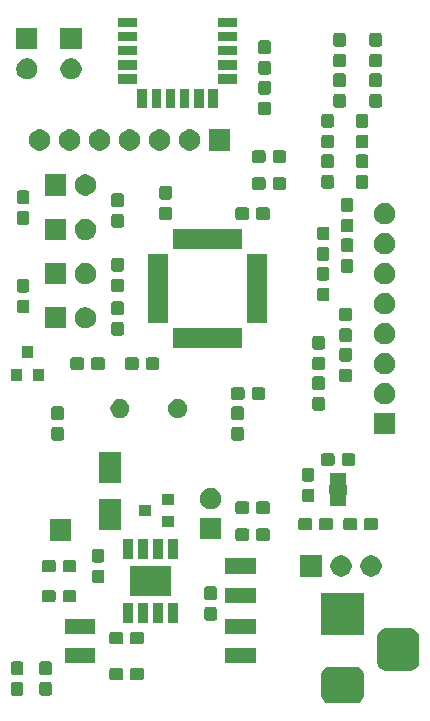
<source format=gbr>
G04 #@! TF.GenerationSoftware,KiCad,Pcbnew,(5.1.6)-1*
G04 #@! TF.CreationDate,2020-08-07T20:36:43-05:00*
G04 #@! TF.ProjectId,EncoderBoard2,456e636f-6465-4724-926f-617264322e6b,v1.0*
G04 #@! TF.SameCoordinates,Original*
G04 #@! TF.FileFunction,Soldermask,Top*
G04 #@! TF.FilePolarity,Negative*
%FSLAX46Y46*%
G04 Gerber Fmt 4.6, Leading zero omitted, Abs format (unit mm)*
G04 Created by KiCad (PCBNEW (5.1.6)-1) date 2020-08-07 20:36:43*
%MOMM*%
%LPD*%
G01*
G04 APERTURE LIST*
%ADD10C,0.100000*%
G04 APERTURE END LIST*
D10*
G36*
X134957979Y-143579093D02*
G01*
X135091625Y-143619634D01*
X135214784Y-143685464D01*
X135322740Y-143774060D01*
X135411336Y-143882016D01*
X135477166Y-144005175D01*
X135517707Y-144138821D01*
X135532000Y-144283940D01*
X135532000Y-145947660D01*
X135517707Y-146092779D01*
X135477166Y-146226425D01*
X135411336Y-146349584D01*
X135322740Y-146457540D01*
X135214784Y-146546136D01*
X135091625Y-146611966D01*
X134957979Y-146652507D01*
X134812860Y-146666800D01*
X132649140Y-146666800D01*
X132504021Y-146652507D01*
X132370375Y-146611966D01*
X132247216Y-146546136D01*
X132139260Y-146457540D01*
X132050664Y-146349584D01*
X131984834Y-146226425D01*
X131944293Y-146092779D01*
X131930000Y-145947660D01*
X131930000Y-144283940D01*
X131944293Y-144138821D01*
X131984834Y-144005175D01*
X132050664Y-143882016D01*
X132139260Y-143774060D01*
X132247216Y-143685464D01*
X132370375Y-143619634D01*
X132504021Y-143579093D01*
X132649140Y-143564800D01*
X134812860Y-143564800D01*
X134957979Y-143579093D01*
G37*
G36*
X108949499Y-144880245D02*
G01*
X108986995Y-144891620D01*
X109021554Y-144910092D01*
X109051847Y-144934953D01*
X109076708Y-144965246D01*
X109095180Y-144999805D01*
X109106555Y-145037301D01*
X109111000Y-145082438D01*
X109111000Y-145821162D01*
X109106555Y-145866299D01*
X109095180Y-145903795D01*
X109076708Y-145938354D01*
X109051847Y-145968647D01*
X109021554Y-145993508D01*
X108986995Y-146011980D01*
X108949499Y-146023355D01*
X108904362Y-146027800D01*
X108265638Y-146027800D01*
X108220501Y-146023355D01*
X108183005Y-146011980D01*
X108148446Y-145993508D01*
X108118153Y-145968647D01*
X108093292Y-145938354D01*
X108074820Y-145903795D01*
X108063445Y-145866299D01*
X108059000Y-145821162D01*
X108059000Y-145082438D01*
X108063445Y-145037301D01*
X108074820Y-144999805D01*
X108093292Y-144965246D01*
X108118153Y-144934953D01*
X108148446Y-144910092D01*
X108183005Y-144891620D01*
X108220501Y-144880245D01*
X108265638Y-144875800D01*
X108904362Y-144875800D01*
X108949499Y-144880245D01*
G37*
G36*
X106536499Y-144880245D02*
G01*
X106573995Y-144891620D01*
X106608554Y-144910092D01*
X106638847Y-144934953D01*
X106663708Y-144965246D01*
X106682180Y-144999805D01*
X106693555Y-145037301D01*
X106698000Y-145082438D01*
X106698000Y-145821162D01*
X106693555Y-145866299D01*
X106682180Y-145903795D01*
X106663708Y-145938354D01*
X106638847Y-145968647D01*
X106608554Y-145993508D01*
X106573995Y-146011980D01*
X106536499Y-146023355D01*
X106491362Y-146027800D01*
X105852638Y-146027800D01*
X105807501Y-146023355D01*
X105770005Y-146011980D01*
X105735446Y-145993508D01*
X105705153Y-145968647D01*
X105680292Y-145938354D01*
X105661820Y-145903795D01*
X105650445Y-145866299D01*
X105646000Y-145821162D01*
X105646000Y-145082438D01*
X105650445Y-145037301D01*
X105661820Y-144999805D01*
X105680292Y-144965246D01*
X105705153Y-144934953D01*
X105735446Y-144910092D01*
X105770005Y-144891620D01*
X105807501Y-144880245D01*
X105852638Y-144875800D01*
X106491362Y-144875800D01*
X106536499Y-144880245D01*
G37*
G36*
X116732499Y-143674245D02*
G01*
X116769995Y-143685620D01*
X116804554Y-143704092D01*
X116834847Y-143728953D01*
X116859708Y-143759246D01*
X116878180Y-143793805D01*
X116889555Y-143831301D01*
X116894000Y-143876438D01*
X116894000Y-144515162D01*
X116889555Y-144560299D01*
X116878180Y-144597795D01*
X116859708Y-144632354D01*
X116834847Y-144662647D01*
X116804554Y-144687508D01*
X116769995Y-144705980D01*
X116732499Y-144717355D01*
X116687362Y-144721800D01*
X115948638Y-144721800D01*
X115903501Y-144717355D01*
X115866005Y-144705980D01*
X115831446Y-144687508D01*
X115801153Y-144662647D01*
X115776292Y-144632354D01*
X115757820Y-144597795D01*
X115746445Y-144560299D01*
X115742000Y-144515162D01*
X115742000Y-143876438D01*
X115746445Y-143831301D01*
X115757820Y-143793805D01*
X115776292Y-143759246D01*
X115801153Y-143728953D01*
X115831446Y-143704092D01*
X115866005Y-143685620D01*
X115903501Y-143674245D01*
X115948638Y-143669800D01*
X116687362Y-143669800D01*
X116732499Y-143674245D01*
G37*
G36*
X114982499Y-143674245D02*
G01*
X115019995Y-143685620D01*
X115054554Y-143704092D01*
X115084847Y-143728953D01*
X115109708Y-143759246D01*
X115128180Y-143793805D01*
X115139555Y-143831301D01*
X115144000Y-143876438D01*
X115144000Y-144515162D01*
X115139555Y-144560299D01*
X115128180Y-144597795D01*
X115109708Y-144632354D01*
X115084847Y-144662647D01*
X115054554Y-144687508D01*
X115019995Y-144705980D01*
X114982499Y-144717355D01*
X114937362Y-144721800D01*
X114198638Y-144721800D01*
X114153501Y-144717355D01*
X114116005Y-144705980D01*
X114081446Y-144687508D01*
X114051153Y-144662647D01*
X114026292Y-144632354D01*
X114007820Y-144597795D01*
X113996445Y-144560299D01*
X113992000Y-144515162D01*
X113992000Y-143876438D01*
X113996445Y-143831301D01*
X114007820Y-143793805D01*
X114026292Y-143759246D01*
X114051153Y-143728953D01*
X114081446Y-143704092D01*
X114116005Y-143685620D01*
X114153501Y-143674245D01*
X114198638Y-143669800D01*
X114937362Y-143669800D01*
X114982499Y-143674245D01*
G37*
G36*
X108949499Y-143130245D02*
G01*
X108986995Y-143141620D01*
X109021554Y-143160092D01*
X109051847Y-143184953D01*
X109076708Y-143215246D01*
X109095180Y-143249805D01*
X109106555Y-143287301D01*
X109111000Y-143332438D01*
X109111000Y-144071162D01*
X109106555Y-144116299D01*
X109095180Y-144153795D01*
X109076708Y-144188354D01*
X109051847Y-144218647D01*
X109021554Y-144243508D01*
X108986995Y-144261980D01*
X108949499Y-144273355D01*
X108904362Y-144277800D01*
X108265638Y-144277800D01*
X108220501Y-144273355D01*
X108183005Y-144261980D01*
X108148446Y-144243508D01*
X108118153Y-144218647D01*
X108093292Y-144188354D01*
X108074820Y-144153795D01*
X108063445Y-144116299D01*
X108059000Y-144071162D01*
X108059000Y-143332438D01*
X108063445Y-143287301D01*
X108074820Y-143249805D01*
X108093292Y-143215246D01*
X108118153Y-143184953D01*
X108148446Y-143160092D01*
X108183005Y-143141620D01*
X108220501Y-143130245D01*
X108265638Y-143125800D01*
X108904362Y-143125800D01*
X108949499Y-143130245D01*
G37*
G36*
X106536499Y-143130245D02*
G01*
X106573995Y-143141620D01*
X106608554Y-143160092D01*
X106638847Y-143184953D01*
X106663708Y-143215246D01*
X106682180Y-143249805D01*
X106693555Y-143287301D01*
X106698000Y-143332438D01*
X106698000Y-144071162D01*
X106693555Y-144116299D01*
X106682180Y-144153795D01*
X106663708Y-144188354D01*
X106638847Y-144218647D01*
X106608554Y-144243508D01*
X106573995Y-144261980D01*
X106536499Y-144273355D01*
X106491362Y-144277800D01*
X105852638Y-144277800D01*
X105807501Y-144273355D01*
X105770005Y-144261980D01*
X105735446Y-144243508D01*
X105705153Y-144218647D01*
X105680292Y-144188354D01*
X105661820Y-144153795D01*
X105650445Y-144116299D01*
X105646000Y-144071162D01*
X105646000Y-143332438D01*
X105650445Y-143287301D01*
X105661820Y-143249805D01*
X105680292Y-143215246D01*
X105705153Y-143184953D01*
X105735446Y-143160092D01*
X105770005Y-143141620D01*
X105807501Y-143130245D01*
X105852638Y-143125800D01*
X106491362Y-143125800D01*
X106536499Y-143130245D01*
G37*
G36*
X139557366Y-140331495D02*
G01*
X139714460Y-140379149D01*
X139859231Y-140456531D01*
X139986128Y-140560672D01*
X140090269Y-140687569D01*
X140167651Y-140832340D01*
X140215305Y-140989434D01*
X140232000Y-141158940D01*
X140232000Y-143072660D01*
X140215305Y-143242166D01*
X140167651Y-143399260D01*
X140090269Y-143544031D01*
X139986128Y-143670928D01*
X139859231Y-143775069D01*
X139714460Y-143852451D01*
X139557366Y-143900105D01*
X139387860Y-143916800D01*
X137474140Y-143916800D01*
X137304634Y-143900105D01*
X137147540Y-143852451D01*
X137002769Y-143775069D01*
X136875872Y-143670928D01*
X136771731Y-143544031D01*
X136694349Y-143399260D01*
X136646695Y-143242166D01*
X136630000Y-143072660D01*
X136630000Y-141158940D01*
X136646695Y-140989434D01*
X136694349Y-140832340D01*
X136771731Y-140687569D01*
X136875872Y-140560672D01*
X137002769Y-140456531D01*
X137147540Y-140379149D01*
X137304634Y-140331495D01*
X137474140Y-140314800D01*
X139387860Y-140314800D01*
X139557366Y-140331495D01*
G37*
G36*
X112807000Y-143302800D02*
G01*
X110205000Y-143302800D01*
X110205000Y-142000800D01*
X112807000Y-142000800D01*
X112807000Y-143302800D01*
G37*
G36*
X126396000Y-143302800D02*
G01*
X123794000Y-143302800D01*
X123794000Y-142000800D01*
X126396000Y-142000800D01*
X126396000Y-143302800D01*
G37*
G36*
X114982499Y-140626245D02*
G01*
X115019995Y-140637620D01*
X115054554Y-140656092D01*
X115084847Y-140680953D01*
X115109708Y-140711246D01*
X115128180Y-140745805D01*
X115139555Y-140783301D01*
X115144000Y-140828438D01*
X115144000Y-141467162D01*
X115139555Y-141512299D01*
X115128180Y-141549795D01*
X115109708Y-141584354D01*
X115084847Y-141614647D01*
X115054554Y-141639508D01*
X115019995Y-141657980D01*
X114982499Y-141669355D01*
X114937362Y-141673800D01*
X114198638Y-141673800D01*
X114153501Y-141669355D01*
X114116005Y-141657980D01*
X114081446Y-141639508D01*
X114051153Y-141614647D01*
X114026292Y-141584354D01*
X114007820Y-141549795D01*
X113996445Y-141512299D01*
X113992000Y-141467162D01*
X113992000Y-140828438D01*
X113996445Y-140783301D01*
X114007820Y-140745805D01*
X114026292Y-140711246D01*
X114051153Y-140680953D01*
X114081446Y-140656092D01*
X114116005Y-140637620D01*
X114153501Y-140626245D01*
X114198638Y-140621800D01*
X114937362Y-140621800D01*
X114982499Y-140626245D01*
G37*
G36*
X116732499Y-140626245D02*
G01*
X116769995Y-140637620D01*
X116804554Y-140656092D01*
X116834847Y-140680953D01*
X116859708Y-140711246D01*
X116878180Y-140745805D01*
X116889555Y-140783301D01*
X116894000Y-140828438D01*
X116894000Y-141467162D01*
X116889555Y-141512299D01*
X116878180Y-141549795D01*
X116859708Y-141584354D01*
X116834847Y-141614647D01*
X116804554Y-141639508D01*
X116769995Y-141657980D01*
X116732499Y-141669355D01*
X116687362Y-141673800D01*
X115948638Y-141673800D01*
X115903501Y-141669355D01*
X115866005Y-141657980D01*
X115831446Y-141639508D01*
X115801153Y-141614647D01*
X115776292Y-141584354D01*
X115757820Y-141549795D01*
X115746445Y-141512299D01*
X115742000Y-141467162D01*
X115742000Y-140828438D01*
X115746445Y-140783301D01*
X115757820Y-140745805D01*
X115776292Y-140711246D01*
X115801153Y-140680953D01*
X115831446Y-140656092D01*
X115866005Y-140637620D01*
X115903501Y-140626245D01*
X115948638Y-140621800D01*
X116687362Y-140621800D01*
X116732499Y-140626245D01*
G37*
G36*
X135532000Y-140916800D02*
G01*
X131930000Y-140916800D01*
X131930000Y-137314800D01*
X135532000Y-137314800D01*
X135532000Y-140916800D01*
G37*
G36*
X112807000Y-140802800D02*
G01*
X110205000Y-140802800D01*
X110205000Y-139500800D01*
X112807000Y-139500800D01*
X112807000Y-140802800D01*
G37*
G36*
X126396000Y-140802800D02*
G01*
X123794000Y-140802800D01*
X123794000Y-139500800D01*
X126396000Y-139500800D01*
X126396000Y-140802800D01*
G37*
G36*
X119781000Y-139847300D02*
G01*
X118979000Y-139847300D01*
X118979000Y-138220300D01*
X119781000Y-138220300D01*
X119781000Y-139847300D01*
G37*
G36*
X117241000Y-139847300D02*
G01*
X116439000Y-139847300D01*
X116439000Y-138220300D01*
X117241000Y-138220300D01*
X117241000Y-139847300D01*
G37*
G36*
X118511000Y-139847300D02*
G01*
X117709000Y-139847300D01*
X117709000Y-138220300D01*
X118511000Y-138220300D01*
X118511000Y-139847300D01*
G37*
G36*
X115971000Y-139847300D02*
G01*
X115169000Y-139847300D01*
X115169000Y-138220300D01*
X115971000Y-138220300D01*
X115971000Y-139847300D01*
G37*
G36*
X122919499Y-138530245D02*
G01*
X122956995Y-138541620D01*
X122991554Y-138560092D01*
X123021847Y-138584953D01*
X123046708Y-138615246D01*
X123065180Y-138649805D01*
X123076555Y-138687301D01*
X123081000Y-138732438D01*
X123081000Y-139471162D01*
X123076555Y-139516299D01*
X123065180Y-139553795D01*
X123046708Y-139588354D01*
X123021847Y-139618647D01*
X122991554Y-139643508D01*
X122956995Y-139661980D01*
X122919499Y-139673355D01*
X122874362Y-139677800D01*
X122235638Y-139677800D01*
X122190501Y-139673355D01*
X122153005Y-139661980D01*
X122118446Y-139643508D01*
X122088153Y-139618647D01*
X122063292Y-139588354D01*
X122044820Y-139553795D01*
X122033445Y-139516299D01*
X122029000Y-139471162D01*
X122029000Y-138732438D01*
X122033445Y-138687301D01*
X122044820Y-138649805D01*
X122063292Y-138615246D01*
X122088153Y-138584953D01*
X122118446Y-138560092D01*
X122153005Y-138541620D01*
X122190501Y-138530245D01*
X122235638Y-138525800D01*
X122874362Y-138525800D01*
X122919499Y-138530245D01*
G37*
G36*
X126396000Y-138202800D02*
G01*
X123794000Y-138202800D01*
X123794000Y-136900800D01*
X126396000Y-136900800D01*
X126396000Y-138202800D01*
G37*
G36*
X111017499Y-137070245D02*
G01*
X111054995Y-137081620D01*
X111089554Y-137100092D01*
X111119847Y-137124953D01*
X111144708Y-137155246D01*
X111163180Y-137189805D01*
X111174555Y-137227301D01*
X111179000Y-137272438D01*
X111179000Y-137911162D01*
X111174555Y-137956299D01*
X111163180Y-137993795D01*
X111144708Y-138028354D01*
X111119847Y-138058647D01*
X111089554Y-138083508D01*
X111054995Y-138101980D01*
X111017499Y-138113355D01*
X110972362Y-138117800D01*
X110233638Y-138117800D01*
X110188501Y-138113355D01*
X110151005Y-138101980D01*
X110116446Y-138083508D01*
X110086153Y-138058647D01*
X110061292Y-138028354D01*
X110042820Y-137993795D01*
X110031445Y-137956299D01*
X110027000Y-137911162D01*
X110027000Y-137272438D01*
X110031445Y-137227301D01*
X110042820Y-137189805D01*
X110061292Y-137155246D01*
X110086153Y-137124953D01*
X110116446Y-137100092D01*
X110151005Y-137081620D01*
X110188501Y-137070245D01*
X110233638Y-137065800D01*
X110972362Y-137065800D01*
X111017499Y-137070245D01*
G37*
G36*
X109267499Y-137070245D02*
G01*
X109304995Y-137081620D01*
X109339554Y-137100092D01*
X109369847Y-137124953D01*
X109394708Y-137155246D01*
X109413180Y-137189805D01*
X109424555Y-137227301D01*
X109429000Y-137272438D01*
X109429000Y-137911162D01*
X109424555Y-137956299D01*
X109413180Y-137993795D01*
X109394708Y-138028354D01*
X109369847Y-138058647D01*
X109339554Y-138083508D01*
X109304995Y-138101980D01*
X109267499Y-138113355D01*
X109222362Y-138117800D01*
X108483638Y-138117800D01*
X108438501Y-138113355D01*
X108401005Y-138101980D01*
X108366446Y-138083508D01*
X108336153Y-138058647D01*
X108311292Y-138028354D01*
X108292820Y-137993795D01*
X108281445Y-137956299D01*
X108277000Y-137911162D01*
X108277000Y-137272438D01*
X108281445Y-137227301D01*
X108292820Y-137189805D01*
X108311292Y-137155246D01*
X108336153Y-137124953D01*
X108366446Y-137100092D01*
X108401005Y-137081620D01*
X108438501Y-137070245D01*
X108483638Y-137065800D01*
X109222362Y-137065800D01*
X109267499Y-137070245D01*
G37*
G36*
X122919499Y-136780245D02*
G01*
X122956995Y-136791620D01*
X122991554Y-136810092D01*
X123021847Y-136834953D01*
X123046708Y-136865246D01*
X123065180Y-136899805D01*
X123076555Y-136937301D01*
X123081000Y-136982438D01*
X123081000Y-137721162D01*
X123076555Y-137766299D01*
X123065180Y-137803795D01*
X123046708Y-137838354D01*
X123021847Y-137868647D01*
X122991554Y-137893508D01*
X122956995Y-137911980D01*
X122919499Y-137923355D01*
X122874362Y-137927800D01*
X122235638Y-137927800D01*
X122190501Y-137923355D01*
X122153005Y-137911980D01*
X122118446Y-137893508D01*
X122088153Y-137868647D01*
X122063292Y-137838354D01*
X122044820Y-137803795D01*
X122033445Y-137766299D01*
X122029000Y-137721162D01*
X122029000Y-136982438D01*
X122033445Y-136937301D01*
X122044820Y-136899805D01*
X122063292Y-136865246D01*
X122088153Y-136834953D01*
X122118446Y-136810092D01*
X122153005Y-136791620D01*
X122190501Y-136780245D01*
X122235638Y-136775800D01*
X122874362Y-136775800D01*
X122919499Y-136780245D01*
G37*
G36*
X119227000Y-137629300D02*
G01*
X115723000Y-137629300D01*
X115723000Y-135014300D01*
X119227000Y-135014300D01*
X119227000Y-137629300D01*
G37*
G36*
X113394499Y-135355245D02*
G01*
X113431995Y-135366620D01*
X113466554Y-135385092D01*
X113496847Y-135409953D01*
X113521708Y-135440246D01*
X113540180Y-135474805D01*
X113551555Y-135512301D01*
X113556000Y-135557438D01*
X113556000Y-136296162D01*
X113551555Y-136341299D01*
X113540180Y-136378795D01*
X113521708Y-136413354D01*
X113496847Y-136443647D01*
X113466554Y-136468508D01*
X113431995Y-136486980D01*
X113394499Y-136498355D01*
X113349362Y-136502800D01*
X112710638Y-136502800D01*
X112665501Y-136498355D01*
X112628005Y-136486980D01*
X112593446Y-136468508D01*
X112563153Y-136443647D01*
X112538292Y-136413354D01*
X112519820Y-136378795D01*
X112508445Y-136341299D01*
X112504000Y-136296162D01*
X112504000Y-135557438D01*
X112508445Y-135512301D01*
X112519820Y-135474805D01*
X112538292Y-135440246D01*
X112563153Y-135409953D01*
X112593446Y-135385092D01*
X112628005Y-135366620D01*
X112665501Y-135355245D01*
X112710638Y-135350800D01*
X113349362Y-135350800D01*
X113394499Y-135355245D01*
G37*
G36*
X131965000Y-135952800D02*
G01*
X130163000Y-135952800D01*
X130163000Y-134150800D01*
X131965000Y-134150800D01*
X131965000Y-135952800D01*
G37*
G36*
X136257512Y-134155727D02*
G01*
X136406812Y-134185424D01*
X136570784Y-134253344D01*
X136718354Y-134351947D01*
X136843853Y-134477446D01*
X136942456Y-134625016D01*
X137010376Y-134788988D01*
X137045000Y-134963059D01*
X137045000Y-135140541D01*
X137010376Y-135314612D01*
X136942456Y-135478584D01*
X136843853Y-135626154D01*
X136718354Y-135751653D01*
X136570784Y-135850256D01*
X136406812Y-135918176D01*
X136257512Y-135947873D01*
X136232742Y-135952800D01*
X136055258Y-135952800D01*
X136030488Y-135947873D01*
X135881188Y-135918176D01*
X135717216Y-135850256D01*
X135569646Y-135751653D01*
X135444147Y-135626154D01*
X135345544Y-135478584D01*
X135277624Y-135314612D01*
X135243000Y-135140541D01*
X135243000Y-134963059D01*
X135277624Y-134788988D01*
X135345544Y-134625016D01*
X135444147Y-134477446D01*
X135569646Y-134351947D01*
X135717216Y-134253344D01*
X135881188Y-134185424D01*
X136030488Y-134155727D01*
X136055258Y-134150800D01*
X136232742Y-134150800D01*
X136257512Y-134155727D01*
G37*
G36*
X133717512Y-134155727D02*
G01*
X133866812Y-134185424D01*
X134030784Y-134253344D01*
X134178354Y-134351947D01*
X134303853Y-134477446D01*
X134402456Y-134625016D01*
X134470376Y-134788988D01*
X134505000Y-134963059D01*
X134505000Y-135140541D01*
X134470376Y-135314612D01*
X134402456Y-135478584D01*
X134303853Y-135626154D01*
X134178354Y-135751653D01*
X134030784Y-135850256D01*
X133866812Y-135918176D01*
X133717512Y-135947873D01*
X133692742Y-135952800D01*
X133515258Y-135952800D01*
X133490488Y-135947873D01*
X133341188Y-135918176D01*
X133177216Y-135850256D01*
X133029646Y-135751653D01*
X132904147Y-135626154D01*
X132805544Y-135478584D01*
X132737624Y-135314612D01*
X132703000Y-135140541D01*
X132703000Y-134963059D01*
X132737624Y-134788988D01*
X132805544Y-134625016D01*
X132904147Y-134477446D01*
X133029646Y-134351947D01*
X133177216Y-134253344D01*
X133341188Y-134185424D01*
X133490488Y-134155727D01*
X133515258Y-134150800D01*
X133692742Y-134150800D01*
X133717512Y-134155727D01*
G37*
G36*
X126396000Y-135702800D02*
G01*
X123794000Y-135702800D01*
X123794000Y-134400800D01*
X126396000Y-134400800D01*
X126396000Y-135702800D01*
G37*
G36*
X109281499Y-134530245D02*
G01*
X109318995Y-134541620D01*
X109353554Y-134560092D01*
X109383847Y-134584953D01*
X109408708Y-134615246D01*
X109427180Y-134649805D01*
X109438555Y-134687301D01*
X109443000Y-134732438D01*
X109443000Y-135371162D01*
X109438555Y-135416299D01*
X109427180Y-135453795D01*
X109408708Y-135488354D01*
X109383847Y-135518647D01*
X109353554Y-135543508D01*
X109318995Y-135561980D01*
X109281499Y-135573355D01*
X109236362Y-135577800D01*
X108497638Y-135577800D01*
X108452501Y-135573355D01*
X108415005Y-135561980D01*
X108380446Y-135543508D01*
X108350153Y-135518647D01*
X108325292Y-135488354D01*
X108306820Y-135453795D01*
X108295445Y-135416299D01*
X108291000Y-135371162D01*
X108291000Y-134732438D01*
X108295445Y-134687301D01*
X108306820Y-134649805D01*
X108325292Y-134615246D01*
X108350153Y-134584953D01*
X108380446Y-134560092D01*
X108415005Y-134541620D01*
X108452501Y-134530245D01*
X108497638Y-134525800D01*
X109236362Y-134525800D01*
X109281499Y-134530245D01*
G37*
G36*
X111031499Y-134530245D02*
G01*
X111068995Y-134541620D01*
X111103554Y-134560092D01*
X111133847Y-134584953D01*
X111158708Y-134615246D01*
X111177180Y-134649805D01*
X111188555Y-134687301D01*
X111193000Y-134732438D01*
X111193000Y-135371162D01*
X111188555Y-135416299D01*
X111177180Y-135453795D01*
X111158708Y-135488354D01*
X111133847Y-135518647D01*
X111103554Y-135543508D01*
X111068995Y-135561980D01*
X111031499Y-135573355D01*
X110986362Y-135577800D01*
X110247638Y-135577800D01*
X110202501Y-135573355D01*
X110165005Y-135561980D01*
X110130446Y-135543508D01*
X110100153Y-135518647D01*
X110075292Y-135488354D01*
X110056820Y-135453795D01*
X110045445Y-135416299D01*
X110041000Y-135371162D01*
X110041000Y-134732438D01*
X110045445Y-134687301D01*
X110056820Y-134649805D01*
X110075292Y-134615246D01*
X110100153Y-134584953D01*
X110130446Y-134560092D01*
X110165005Y-134541620D01*
X110202501Y-134530245D01*
X110247638Y-134525800D01*
X110986362Y-134525800D01*
X111031499Y-134530245D01*
G37*
G36*
X113394499Y-133605245D02*
G01*
X113431995Y-133616620D01*
X113466554Y-133635092D01*
X113496847Y-133659953D01*
X113521708Y-133690246D01*
X113540180Y-133724805D01*
X113551555Y-133762301D01*
X113556000Y-133807438D01*
X113556000Y-134546162D01*
X113551555Y-134591299D01*
X113540180Y-134628795D01*
X113521708Y-134663354D01*
X113496847Y-134693647D01*
X113466554Y-134718508D01*
X113431995Y-134736980D01*
X113394499Y-134748355D01*
X113349362Y-134752800D01*
X112710638Y-134752800D01*
X112665501Y-134748355D01*
X112628005Y-134736980D01*
X112593446Y-134718508D01*
X112563153Y-134693647D01*
X112538292Y-134663354D01*
X112519820Y-134628795D01*
X112508445Y-134591299D01*
X112504000Y-134546162D01*
X112504000Y-133807438D01*
X112508445Y-133762301D01*
X112519820Y-133724805D01*
X112538292Y-133690246D01*
X112563153Y-133659953D01*
X112593446Y-133635092D01*
X112628005Y-133616620D01*
X112665501Y-133605245D01*
X112710638Y-133600800D01*
X113349362Y-133600800D01*
X113394499Y-133605245D01*
G37*
G36*
X118511000Y-134423300D02*
G01*
X117709000Y-134423300D01*
X117709000Y-132796300D01*
X118511000Y-132796300D01*
X118511000Y-134423300D01*
G37*
G36*
X115971000Y-134423300D02*
G01*
X115169000Y-134423300D01*
X115169000Y-132796300D01*
X115971000Y-132796300D01*
X115971000Y-134423300D01*
G37*
G36*
X117241000Y-134423300D02*
G01*
X116439000Y-134423300D01*
X116439000Y-132796300D01*
X117241000Y-132796300D01*
X117241000Y-134423300D01*
G37*
G36*
X119781000Y-134423300D02*
G01*
X118979000Y-134423300D01*
X118979000Y-132796300D01*
X119781000Y-132796300D01*
X119781000Y-134423300D01*
G37*
G36*
X127400499Y-131863245D02*
G01*
X127437995Y-131874620D01*
X127472554Y-131893092D01*
X127502847Y-131917953D01*
X127527708Y-131948246D01*
X127546180Y-131982805D01*
X127557555Y-132020301D01*
X127562000Y-132065438D01*
X127562000Y-132704162D01*
X127557555Y-132749299D01*
X127546180Y-132786795D01*
X127527708Y-132821354D01*
X127502847Y-132851647D01*
X127472554Y-132876508D01*
X127437995Y-132894980D01*
X127400499Y-132906355D01*
X127355362Y-132910800D01*
X126616638Y-132910800D01*
X126571501Y-132906355D01*
X126534005Y-132894980D01*
X126499446Y-132876508D01*
X126469153Y-132851647D01*
X126444292Y-132821354D01*
X126425820Y-132786795D01*
X126414445Y-132749299D01*
X126410000Y-132704162D01*
X126410000Y-132065438D01*
X126414445Y-132020301D01*
X126425820Y-131982805D01*
X126444292Y-131948246D01*
X126469153Y-131917953D01*
X126499446Y-131893092D01*
X126534005Y-131874620D01*
X126571501Y-131863245D01*
X126616638Y-131858800D01*
X127355362Y-131858800D01*
X127400499Y-131863245D01*
G37*
G36*
X125650499Y-131863245D02*
G01*
X125687995Y-131874620D01*
X125722554Y-131893092D01*
X125752847Y-131917953D01*
X125777708Y-131948246D01*
X125796180Y-131982805D01*
X125807555Y-132020301D01*
X125812000Y-132065438D01*
X125812000Y-132704162D01*
X125807555Y-132749299D01*
X125796180Y-132786795D01*
X125777708Y-132821354D01*
X125752847Y-132851647D01*
X125722554Y-132876508D01*
X125687995Y-132894980D01*
X125650499Y-132906355D01*
X125605362Y-132910800D01*
X124866638Y-132910800D01*
X124821501Y-132906355D01*
X124784005Y-132894980D01*
X124749446Y-132876508D01*
X124719153Y-132851647D01*
X124694292Y-132821354D01*
X124675820Y-132786795D01*
X124664445Y-132749299D01*
X124660000Y-132704162D01*
X124660000Y-132065438D01*
X124664445Y-132020301D01*
X124675820Y-131982805D01*
X124694292Y-131948246D01*
X124719153Y-131917953D01*
X124749446Y-131893092D01*
X124784005Y-131874620D01*
X124821501Y-131863245D01*
X124866638Y-131858800D01*
X125605362Y-131858800D01*
X125650499Y-131863245D01*
G37*
G36*
X110756000Y-132904800D02*
G01*
X108954000Y-132904800D01*
X108954000Y-131102800D01*
X110756000Y-131102800D01*
X110756000Y-132904800D01*
G37*
G36*
X123456000Y-132777800D02*
G01*
X121654000Y-132777800D01*
X121654000Y-130975800D01*
X123456000Y-130975800D01*
X123456000Y-132777800D01*
G37*
G36*
X130984499Y-130974245D02*
G01*
X131021995Y-130985620D01*
X131056554Y-131004092D01*
X131086847Y-131028953D01*
X131111708Y-131059246D01*
X131130180Y-131093805D01*
X131141555Y-131131301D01*
X131146000Y-131176438D01*
X131146000Y-131815162D01*
X131141555Y-131860299D01*
X131130180Y-131897795D01*
X131111708Y-131932354D01*
X131086847Y-131962647D01*
X131056554Y-131987508D01*
X131021995Y-132005980D01*
X130984499Y-132017355D01*
X130939362Y-132021800D01*
X130200638Y-132021800D01*
X130155501Y-132017355D01*
X130118005Y-132005980D01*
X130083446Y-131987508D01*
X130053153Y-131962647D01*
X130028292Y-131932354D01*
X130009820Y-131897795D01*
X129998445Y-131860299D01*
X129994000Y-131815162D01*
X129994000Y-131176438D01*
X129998445Y-131131301D01*
X130009820Y-131093805D01*
X130028292Y-131059246D01*
X130053153Y-131028953D01*
X130083446Y-131004092D01*
X130118005Y-130985620D01*
X130155501Y-130974245D01*
X130200638Y-130969800D01*
X130939362Y-130969800D01*
X130984499Y-130974245D01*
G37*
G36*
X132734499Y-130974245D02*
G01*
X132771995Y-130985620D01*
X132806554Y-131004092D01*
X132836847Y-131028953D01*
X132861708Y-131059246D01*
X132880180Y-131093805D01*
X132891555Y-131131301D01*
X132896000Y-131176438D01*
X132896000Y-131815162D01*
X132891555Y-131860299D01*
X132880180Y-131897795D01*
X132861708Y-131932354D01*
X132836847Y-131962647D01*
X132806554Y-131987508D01*
X132771995Y-132005980D01*
X132734499Y-132017355D01*
X132689362Y-132021800D01*
X131950638Y-132021800D01*
X131905501Y-132017355D01*
X131868005Y-132005980D01*
X131833446Y-131987508D01*
X131803153Y-131962647D01*
X131778292Y-131932354D01*
X131759820Y-131897795D01*
X131748445Y-131860299D01*
X131744000Y-131815162D01*
X131744000Y-131176438D01*
X131748445Y-131131301D01*
X131759820Y-131093805D01*
X131778292Y-131059246D01*
X131803153Y-131028953D01*
X131833446Y-131004092D01*
X131868005Y-130985620D01*
X131905501Y-130974245D01*
X131950638Y-130969800D01*
X132689362Y-130969800D01*
X132734499Y-130974245D01*
G37*
G36*
X136544499Y-130974245D02*
G01*
X136581995Y-130985620D01*
X136616554Y-131004092D01*
X136646847Y-131028953D01*
X136671708Y-131059246D01*
X136690180Y-131093805D01*
X136701555Y-131131301D01*
X136706000Y-131176438D01*
X136706000Y-131815162D01*
X136701555Y-131860299D01*
X136690180Y-131897795D01*
X136671708Y-131932354D01*
X136646847Y-131962647D01*
X136616554Y-131987508D01*
X136581995Y-132005980D01*
X136544499Y-132017355D01*
X136499362Y-132021800D01*
X135760638Y-132021800D01*
X135715501Y-132017355D01*
X135678005Y-132005980D01*
X135643446Y-131987508D01*
X135613153Y-131962647D01*
X135588292Y-131932354D01*
X135569820Y-131897795D01*
X135558445Y-131860299D01*
X135554000Y-131815162D01*
X135554000Y-131176438D01*
X135558445Y-131131301D01*
X135569820Y-131093805D01*
X135588292Y-131059246D01*
X135613153Y-131028953D01*
X135643446Y-131004092D01*
X135678005Y-130985620D01*
X135715501Y-130974245D01*
X135760638Y-130969800D01*
X136499362Y-130969800D01*
X136544499Y-130974245D01*
G37*
G36*
X134794499Y-130974245D02*
G01*
X134831995Y-130985620D01*
X134866554Y-131004092D01*
X134896847Y-131028953D01*
X134921708Y-131059246D01*
X134940180Y-131093805D01*
X134951555Y-131131301D01*
X134956000Y-131176438D01*
X134956000Y-131815162D01*
X134951555Y-131860299D01*
X134940180Y-131897795D01*
X134921708Y-131932354D01*
X134896847Y-131962647D01*
X134866554Y-131987508D01*
X134831995Y-132005980D01*
X134794499Y-132017355D01*
X134749362Y-132021800D01*
X134010638Y-132021800D01*
X133965501Y-132017355D01*
X133928005Y-132005980D01*
X133893446Y-131987508D01*
X133863153Y-131962647D01*
X133838292Y-131932354D01*
X133819820Y-131897795D01*
X133808445Y-131860299D01*
X133804000Y-131815162D01*
X133804000Y-131176438D01*
X133808445Y-131131301D01*
X133819820Y-131093805D01*
X133838292Y-131059246D01*
X133863153Y-131028953D01*
X133893446Y-131004092D01*
X133928005Y-130985620D01*
X133965501Y-130974245D01*
X134010638Y-130969800D01*
X134749362Y-130969800D01*
X134794499Y-130974245D01*
G37*
G36*
X114997000Y-132002800D02*
G01*
X113095000Y-132002800D01*
X113095000Y-129400800D01*
X114997000Y-129400800D01*
X114997000Y-132002800D01*
G37*
G36*
X119484000Y-131753800D02*
G01*
X118482000Y-131753800D01*
X118482000Y-130851800D01*
X119484000Y-130851800D01*
X119484000Y-131753800D01*
G37*
G36*
X117484000Y-130803800D02*
G01*
X116482000Y-130803800D01*
X116482000Y-129901800D01*
X117484000Y-129901800D01*
X117484000Y-130803800D01*
G37*
G36*
X127400499Y-129577245D02*
G01*
X127437995Y-129588620D01*
X127472554Y-129607092D01*
X127502847Y-129631953D01*
X127527708Y-129662246D01*
X127546180Y-129696805D01*
X127557555Y-129734301D01*
X127562000Y-129779438D01*
X127562000Y-130418162D01*
X127557555Y-130463299D01*
X127546180Y-130500795D01*
X127527708Y-130535354D01*
X127502847Y-130565647D01*
X127472554Y-130590508D01*
X127437995Y-130608980D01*
X127400499Y-130620355D01*
X127355362Y-130624800D01*
X126616638Y-130624800D01*
X126571501Y-130620355D01*
X126534005Y-130608980D01*
X126499446Y-130590508D01*
X126469153Y-130565647D01*
X126444292Y-130535354D01*
X126425820Y-130500795D01*
X126414445Y-130463299D01*
X126410000Y-130418162D01*
X126410000Y-129779438D01*
X126414445Y-129734301D01*
X126425820Y-129696805D01*
X126444292Y-129662246D01*
X126469153Y-129631953D01*
X126499446Y-129607092D01*
X126534005Y-129588620D01*
X126571501Y-129577245D01*
X126616638Y-129572800D01*
X127355362Y-129572800D01*
X127400499Y-129577245D01*
G37*
G36*
X125650499Y-129577245D02*
G01*
X125687995Y-129588620D01*
X125722554Y-129607092D01*
X125752847Y-129631953D01*
X125777708Y-129662246D01*
X125796180Y-129696805D01*
X125807555Y-129734301D01*
X125812000Y-129779438D01*
X125812000Y-130418162D01*
X125807555Y-130463299D01*
X125796180Y-130500795D01*
X125777708Y-130535354D01*
X125752847Y-130565647D01*
X125722554Y-130590508D01*
X125687995Y-130608980D01*
X125650499Y-130620355D01*
X125605362Y-130624800D01*
X124866638Y-130624800D01*
X124821501Y-130620355D01*
X124784005Y-130608980D01*
X124749446Y-130590508D01*
X124719153Y-130565647D01*
X124694292Y-130535354D01*
X124675820Y-130500795D01*
X124664445Y-130463299D01*
X124660000Y-130418162D01*
X124660000Y-129779438D01*
X124664445Y-129734301D01*
X124675820Y-129696805D01*
X124694292Y-129662246D01*
X124719153Y-129631953D01*
X124749446Y-129607092D01*
X124784005Y-129588620D01*
X124821501Y-129577245D01*
X124866638Y-129572800D01*
X125605362Y-129572800D01*
X125650499Y-129577245D01*
G37*
G36*
X122668512Y-128440727D02*
G01*
X122817812Y-128470424D01*
X122981784Y-128538344D01*
X123129354Y-128636947D01*
X123254853Y-128762446D01*
X123353456Y-128910016D01*
X123421376Y-129073988D01*
X123456000Y-129248059D01*
X123456000Y-129425541D01*
X123421376Y-129599612D01*
X123353456Y-129763584D01*
X123254853Y-129911154D01*
X123129354Y-130036653D01*
X122981784Y-130135256D01*
X122817812Y-130203176D01*
X122668512Y-130232873D01*
X122643742Y-130237800D01*
X122466258Y-130237800D01*
X122441488Y-130232873D01*
X122292188Y-130203176D01*
X122128216Y-130135256D01*
X121980646Y-130036653D01*
X121855147Y-129911154D01*
X121756544Y-129763584D01*
X121688624Y-129599612D01*
X121654000Y-129425541D01*
X121654000Y-129248059D01*
X121688624Y-129073988D01*
X121756544Y-128910016D01*
X121855147Y-128762446D01*
X121980646Y-128636947D01*
X122128216Y-128538344D01*
X122292188Y-128470424D01*
X122441488Y-128440727D01*
X122466258Y-128435800D01*
X122643742Y-128435800D01*
X122668512Y-128440727D01*
G37*
G36*
X134051000Y-128093801D02*
G01*
X134053402Y-128118187D01*
X134060515Y-128141636D01*
X134072066Y-128163247D01*
X134087611Y-128182189D01*
X134106553Y-128197734D01*
X134111000Y-128200111D01*
X134111000Y-128949489D01*
X134106553Y-128951866D01*
X134087611Y-128967411D01*
X134072066Y-128986353D01*
X134060515Y-129007964D01*
X134053402Y-129031413D01*
X134051000Y-129055799D01*
X134051000Y-129980600D01*
X132649000Y-129980600D01*
X132649000Y-129055799D01*
X132646598Y-129031413D01*
X132639485Y-129007964D01*
X132627934Y-128986353D01*
X132612389Y-128967411D01*
X132593447Y-128951866D01*
X132589000Y-128949489D01*
X132589000Y-128200111D01*
X132593447Y-128197734D01*
X132612389Y-128182189D01*
X132627934Y-128163247D01*
X132639485Y-128141636D01*
X132646598Y-128118187D01*
X132649000Y-128093801D01*
X132649000Y-127169000D01*
X134051000Y-127169000D01*
X134051000Y-128093801D01*
G37*
G36*
X119484000Y-129853800D02*
G01*
X118482000Y-129853800D01*
X118482000Y-128951800D01*
X119484000Y-128951800D01*
X119484000Y-129853800D01*
G37*
G36*
X131174499Y-128497245D02*
G01*
X131211995Y-128508620D01*
X131246554Y-128527092D01*
X131276847Y-128551953D01*
X131301708Y-128582246D01*
X131320180Y-128616805D01*
X131331555Y-128654301D01*
X131336000Y-128699438D01*
X131336000Y-129438162D01*
X131331555Y-129483299D01*
X131320180Y-129520795D01*
X131301708Y-129555354D01*
X131276847Y-129585647D01*
X131246554Y-129610508D01*
X131211995Y-129628980D01*
X131174499Y-129640355D01*
X131129362Y-129644800D01*
X130490638Y-129644800D01*
X130445501Y-129640355D01*
X130408005Y-129628980D01*
X130373446Y-129610508D01*
X130343153Y-129585647D01*
X130318292Y-129555354D01*
X130299820Y-129520795D01*
X130288445Y-129483299D01*
X130284000Y-129438162D01*
X130284000Y-128699438D01*
X130288445Y-128654301D01*
X130299820Y-128616805D01*
X130318292Y-128582246D01*
X130343153Y-128551953D01*
X130373446Y-128527092D01*
X130408005Y-128508620D01*
X130445501Y-128497245D01*
X130490638Y-128492800D01*
X131129362Y-128492800D01*
X131174499Y-128497245D01*
G37*
G36*
X114997000Y-128002800D02*
G01*
X113095000Y-128002800D01*
X113095000Y-125400800D01*
X114997000Y-125400800D01*
X114997000Y-128002800D01*
G37*
G36*
X131174499Y-126747245D02*
G01*
X131211995Y-126758620D01*
X131246554Y-126777092D01*
X131276847Y-126801953D01*
X131301708Y-126832246D01*
X131320180Y-126866805D01*
X131331555Y-126904301D01*
X131336000Y-126949438D01*
X131336000Y-127688162D01*
X131331555Y-127733299D01*
X131320180Y-127770795D01*
X131301708Y-127805354D01*
X131276847Y-127835647D01*
X131246554Y-127860508D01*
X131211995Y-127878980D01*
X131174499Y-127890355D01*
X131129362Y-127894800D01*
X130490638Y-127894800D01*
X130445501Y-127890355D01*
X130408005Y-127878980D01*
X130373446Y-127860508D01*
X130343153Y-127835647D01*
X130318292Y-127805354D01*
X130299820Y-127770795D01*
X130288445Y-127733299D01*
X130284000Y-127688162D01*
X130284000Y-126949438D01*
X130288445Y-126904301D01*
X130299820Y-126866805D01*
X130318292Y-126832246D01*
X130343153Y-126801953D01*
X130373446Y-126777092D01*
X130408005Y-126758620D01*
X130445501Y-126747245D01*
X130490638Y-126742800D01*
X131129362Y-126742800D01*
X131174499Y-126747245D01*
G37*
G36*
X134639499Y-125513245D02*
G01*
X134676995Y-125524620D01*
X134711554Y-125543092D01*
X134741847Y-125567953D01*
X134766708Y-125598246D01*
X134785180Y-125632805D01*
X134796555Y-125670301D01*
X134801000Y-125715438D01*
X134801000Y-126354162D01*
X134796555Y-126399299D01*
X134785180Y-126436795D01*
X134766708Y-126471354D01*
X134741847Y-126501647D01*
X134711554Y-126526508D01*
X134676995Y-126544980D01*
X134639499Y-126556355D01*
X134594362Y-126560800D01*
X133855638Y-126560800D01*
X133810501Y-126556355D01*
X133773005Y-126544980D01*
X133738446Y-126526508D01*
X133708153Y-126501647D01*
X133683292Y-126471354D01*
X133664820Y-126436795D01*
X133653445Y-126399299D01*
X133649000Y-126354162D01*
X133649000Y-125715438D01*
X133653445Y-125670301D01*
X133664820Y-125632805D01*
X133683292Y-125598246D01*
X133708153Y-125567953D01*
X133738446Y-125543092D01*
X133773005Y-125524620D01*
X133810501Y-125513245D01*
X133855638Y-125508800D01*
X134594362Y-125508800D01*
X134639499Y-125513245D01*
G37*
G36*
X132889499Y-125513245D02*
G01*
X132926995Y-125524620D01*
X132961554Y-125543092D01*
X132991847Y-125567953D01*
X133016708Y-125598246D01*
X133035180Y-125632805D01*
X133046555Y-125670301D01*
X133051000Y-125715438D01*
X133051000Y-126354162D01*
X133046555Y-126399299D01*
X133035180Y-126436795D01*
X133016708Y-126471354D01*
X132991847Y-126501647D01*
X132961554Y-126526508D01*
X132926995Y-126544980D01*
X132889499Y-126556355D01*
X132844362Y-126560800D01*
X132105638Y-126560800D01*
X132060501Y-126556355D01*
X132023005Y-126544980D01*
X131988446Y-126526508D01*
X131958153Y-126501647D01*
X131933292Y-126471354D01*
X131914820Y-126436795D01*
X131903445Y-126399299D01*
X131899000Y-126354162D01*
X131899000Y-125715438D01*
X131903445Y-125670301D01*
X131914820Y-125632805D01*
X131933292Y-125598246D01*
X131958153Y-125567953D01*
X131988446Y-125543092D01*
X132023005Y-125524620D01*
X132060501Y-125513245D01*
X132105638Y-125508800D01*
X132844362Y-125508800D01*
X132889499Y-125513245D01*
G37*
G36*
X109965499Y-123290245D02*
G01*
X110002995Y-123301620D01*
X110037554Y-123320092D01*
X110067847Y-123344953D01*
X110092708Y-123375246D01*
X110111180Y-123409805D01*
X110122555Y-123447301D01*
X110127000Y-123492438D01*
X110127000Y-124231162D01*
X110122555Y-124276299D01*
X110111180Y-124313795D01*
X110092708Y-124348354D01*
X110067847Y-124378647D01*
X110037554Y-124403508D01*
X110002995Y-124421980D01*
X109965499Y-124433355D01*
X109920362Y-124437800D01*
X109281638Y-124437800D01*
X109236501Y-124433355D01*
X109199005Y-124421980D01*
X109164446Y-124403508D01*
X109134153Y-124378647D01*
X109109292Y-124348354D01*
X109090820Y-124313795D01*
X109079445Y-124276299D01*
X109075000Y-124231162D01*
X109075000Y-123492438D01*
X109079445Y-123447301D01*
X109090820Y-123409805D01*
X109109292Y-123375246D01*
X109134153Y-123344953D01*
X109164446Y-123320092D01*
X109199005Y-123301620D01*
X109236501Y-123290245D01*
X109281638Y-123285800D01*
X109920362Y-123285800D01*
X109965499Y-123290245D01*
G37*
G36*
X125205499Y-123290245D02*
G01*
X125242995Y-123301620D01*
X125277554Y-123320092D01*
X125307847Y-123344953D01*
X125332708Y-123375246D01*
X125351180Y-123409805D01*
X125362555Y-123447301D01*
X125367000Y-123492438D01*
X125367000Y-124231162D01*
X125362555Y-124276299D01*
X125351180Y-124313795D01*
X125332708Y-124348354D01*
X125307847Y-124378647D01*
X125277554Y-124403508D01*
X125242995Y-124421980D01*
X125205499Y-124433355D01*
X125160362Y-124437800D01*
X124521638Y-124437800D01*
X124476501Y-124433355D01*
X124439005Y-124421980D01*
X124404446Y-124403508D01*
X124374153Y-124378647D01*
X124349292Y-124348354D01*
X124330820Y-124313795D01*
X124319445Y-124276299D01*
X124315000Y-124231162D01*
X124315000Y-123492438D01*
X124319445Y-123447301D01*
X124330820Y-123409805D01*
X124349292Y-123375246D01*
X124374153Y-123344953D01*
X124404446Y-123320092D01*
X124439005Y-123301620D01*
X124476501Y-123290245D01*
X124521638Y-123285800D01*
X125160362Y-123285800D01*
X125205499Y-123290245D01*
G37*
G36*
X138188000Y-123887800D02*
G01*
X136386000Y-123887800D01*
X136386000Y-122085800D01*
X138188000Y-122085800D01*
X138188000Y-123887800D01*
G37*
G36*
X125205499Y-121540245D02*
G01*
X125242995Y-121551620D01*
X125277554Y-121570092D01*
X125307847Y-121594953D01*
X125332708Y-121625246D01*
X125351180Y-121659805D01*
X125362555Y-121697301D01*
X125367000Y-121742438D01*
X125367000Y-122481162D01*
X125362555Y-122526299D01*
X125351180Y-122563795D01*
X125332708Y-122598354D01*
X125307847Y-122628647D01*
X125277554Y-122653508D01*
X125242995Y-122671980D01*
X125205499Y-122683355D01*
X125160362Y-122687800D01*
X124521638Y-122687800D01*
X124476501Y-122683355D01*
X124439005Y-122671980D01*
X124404446Y-122653508D01*
X124374153Y-122628647D01*
X124349292Y-122598354D01*
X124330820Y-122563795D01*
X124319445Y-122526299D01*
X124315000Y-122481162D01*
X124315000Y-121742438D01*
X124319445Y-121697301D01*
X124330820Y-121659805D01*
X124349292Y-121625246D01*
X124374153Y-121594953D01*
X124404446Y-121570092D01*
X124439005Y-121551620D01*
X124476501Y-121540245D01*
X124521638Y-121535800D01*
X125160362Y-121535800D01*
X125205499Y-121540245D01*
G37*
G36*
X109965499Y-121540245D02*
G01*
X110002995Y-121551620D01*
X110037554Y-121570092D01*
X110067847Y-121594953D01*
X110092708Y-121625246D01*
X110111180Y-121659805D01*
X110122555Y-121697301D01*
X110127000Y-121742438D01*
X110127000Y-122481162D01*
X110122555Y-122526299D01*
X110111180Y-122563795D01*
X110092708Y-122598354D01*
X110067847Y-122628647D01*
X110037554Y-122653508D01*
X110002995Y-122671980D01*
X109965499Y-122683355D01*
X109920362Y-122687800D01*
X109281638Y-122687800D01*
X109236501Y-122683355D01*
X109199005Y-122671980D01*
X109164446Y-122653508D01*
X109134153Y-122628647D01*
X109109292Y-122598354D01*
X109090820Y-122563795D01*
X109079445Y-122526299D01*
X109075000Y-122481162D01*
X109075000Y-121742438D01*
X109079445Y-121697301D01*
X109090820Y-121659805D01*
X109109292Y-121625246D01*
X109134153Y-121594953D01*
X109164446Y-121570092D01*
X109199005Y-121551620D01*
X109236501Y-121540245D01*
X109281638Y-121535800D01*
X109920362Y-121535800D01*
X109965499Y-121540245D01*
G37*
G36*
X115114642Y-120946581D02*
G01*
X115260414Y-121006962D01*
X115260416Y-121006963D01*
X115391608Y-121094622D01*
X115503178Y-121206192D01*
X115590837Y-121337384D01*
X115590838Y-121337386D01*
X115651219Y-121483158D01*
X115682000Y-121637907D01*
X115682000Y-121795693D01*
X115651219Y-121950442D01*
X115590838Y-122096214D01*
X115590837Y-122096216D01*
X115503178Y-122227408D01*
X115391608Y-122338978D01*
X115260416Y-122426637D01*
X115260415Y-122426638D01*
X115260414Y-122426638D01*
X115114642Y-122487019D01*
X114959893Y-122517800D01*
X114802107Y-122517800D01*
X114647358Y-122487019D01*
X114501586Y-122426638D01*
X114501585Y-122426638D01*
X114501584Y-122426637D01*
X114370392Y-122338978D01*
X114258822Y-122227408D01*
X114171163Y-122096216D01*
X114171162Y-122096214D01*
X114110781Y-121950442D01*
X114080000Y-121795693D01*
X114080000Y-121637907D01*
X114110781Y-121483158D01*
X114171162Y-121337386D01*
X114171163Y-121337384D01*
X114258822Y-121206192D01*
X114370392Y-121094622D01*
X114501584Y-121006963D01*
X114501586Y-121006962D01*
X114647358Y-120946581D01*
X114802107Y-120915800D01*
X114959893Y-120915800D01*
X115114642Y-120946581D01*
G37*
G36*
X119994642Y-120946581D02*
G01*
X120140414Y-121006962D01*
X120140416Y-121006963D01*
X120271608Y-121094622D01*
X120383178Y-121206192D01*
X120470837Y-121337384D01*
X120470838Y-121337386D01*
X120531219Y-121483158D01*
X120562000Y-121637907D01*
X120562000Y-121795693D01*
X120531219Y-121950442D01*
X120470838Y-122096214D01*
X120470837Y-122096216D01*
X120383178Y-122227408D01*
X120271608Y-122338978D01*
X120140416Y-122426637D01*
X120140415Y-122426638D01*
X120140414Y-122426638D01*
X119994642Y-122487019D01*
X119839893Y-122517800D01*
X119682107Y-122517800D01*
X119527358Y-122487019D01*
X119381586Y-122426638D01*
X119381585Y-122426638D01*
X119381584Y-122426637D01*
X119250392Y-122338978D01*
X119138822Y-122227408D01*
X119051163Y-122096216D01*
X119051162Y-122096214D01*
X118990781Y-121950442D01*
X118960000Y-121795693D01*
X118960000Y-121637907D01*
X118990781Y-121483158D01*
X119051162Y-121337386D01*
X119051163Y-121337384D01*
X119138822Y-121206192D01*
X119250392Y-121094622D01*
X119381584Y-121006963D01*
X119381586Y-121006962D01*
X119527358Y-120946581D01*
X119682107Y-120915800D01*
X119839893Y-120915800D01*
X119994642Y-120946581D01*
G37*
G36*
X132063499Y-120750245D02*
G01*
X132100995Y-120761620D01*
X132135554Y-120780092D01*
X132165847Y-120804953D01*
X132190708Y-120835246D01*
X132209180Y-120869805D01*
X132220555Y-120907301D01*
X132225000Y-120952438D01*
X132225000Y-121691162D01*
X132220555Y-121736299D01*
X132209180Y-121773795D01*
X132190708Y-121808354D01*
X132165847Y-121838647D01*
X132135554Y-121863508D01*
X132100995Y-121881980D01*
X132063499Y-121893355D01*
X132018362Y-121897800D01*
X131379638Y-121897800D01*
X131334501Y-121893355D01*
X131297005Y-121881980D01*
X131262446Y-121863508D01*
X131232153Y-121838647D01*
X131207292Y-121808354D01*
X131188820Y-121773795D01*
X131177445Y-121736299D01*
X131173000Y-121691162D01*
X131173000Y-120952438D01*
X131177445Y-120907301D01*
X131188820Y-120869805D01*
X131207292Y-120835246D01*
X131232153Y-120804953D01*
X131262446Y-120780092D01*
X131297005Y-120761620D01*
X131334501Y-120750245D01*
X131379638Y-120745800D01*
X132018362Y-120745800D01*
X132063499Y-120750245D01*
G37*
G36*
X137400512Y-119550727D02*
G01*
X137549812Y-119580424D01*
X137713784Y-119648344D01*
X137861354Y-119746947D01*
X137986853Y-119872446D01*
X138085456Y-120020016D01*
X138153376Y-120183988D01*
X138188000Y-120358059D01*
X138188000Y-120535541D01*
X138153376Y-120709612D01*
X138085456Y-120873584D01*
X137986853Y-121021154D01*
X137861354Y-121146653D01*
X137713784Y-121245256D01*
X137549812Y-121313176D01*
X137400512Y-121342873D01*
X137375742Y-121347800D01*
X137198258Y-121347800D01*
X137173488Y-121342873D01*
X137024188Y-121313176D01*
X136860216Y-121245256D01*
X136712646Y-121146653D01*
X136587147Y-121021154D01*
X136488544Y-120873584D01*
X136420624Y-120709612D01*
X136386000Y-120535541D01*
X136386000Y-120358059D01*
X136420624Y-120183988D01*
X136488544Y-120020016D01*
X136587147Y-119872446D01*
X136712646Y-119746947D01*
X136860216Y-119648344D01*
X137024188Y-119580424D01*
X137173488Y-119550727D01*
X137198258Y-119545800D01*
X137375742Y-119545800D01*
X137400512Y-119550727D01*
G37*
G36*
X127019499Y-119925245D02*
G01*
X127056995Y-119936620D01*
X127091554Y-119955092D01*
X127121847Y-119979953D01*
X127146708Y-120010246D01*
X127165180Y-120044805D01*
X127176555Y-120082301D01*
X127181000Y-120127438D01*
X127181000Y-120766162D01*
X127176555Y-120811299D01*
X127165180Y-120848795D01*
X127146708Y-120883354D01*
X127121847Y-120913647D01*
X127091554Y-120938508D01*
X127056995Y-120956980D01*
X127019499Y-120968355D01*
X126974362Y-120972800D01*
X126235638Y-120972800D01*
X126190501Y-120968355D01*
X126153005Y-120956980D01*
X126118446Y-120938508D01*
X126088153Y-120913647D01*
X126063292Y-120883354D01*
X126044820Y-120848795D01*
X126033445Y-120811299D01*
X126029000Y-120766162D01*
X126029000Y-120127438D01*
X126033445Y-120082301D01*
X126044820Y-120044805D01*
X126063292Y-120010246D01*
X126088153Y-119979953D01*
X126118446Y-119955092D01*
X126153005Y-119936620D01*
X126190501Y-119925245D01*
X126235638Y-119920800D01*
X126974362Y-119920800D01*
X127019499Y-119925245D01*
G37*
G36*
X125269499Y-119925245D02*
G01*
X125306995Y-119936620D01*
X125341554Y-119955092D01*
X125371847Y-119979953D01*
X125396708Y-120010246D01*
X125415180Y-120044805D01*
X125426555Y-120082301D01*
X125431000Y-120127438D01*
X125431000Y-120766162D01*
X125426555Y-120811299D01*
X125415180Y-120848795D01*
X125396708Y-120883354D01*
X125371847Y-120913647D01*
X125341554Y-120938508D01*
X125306995Y-120956980D01*
X125269499Y-120968355D01*
X125224362Y-120972800D01*
X124485638Y-120972800D01*
X124440501Y-120968355D01*
X124403005Y-120956980D01*
X124368446Y-120938508D01*
X124338153Y-120913647D01*
X124313292Y-120883354D01*
X124294820Y-120848795D01*
X124283445Y-120811299D01*
X124279000Y-120766162D01*
X124279000Y-120127438D01*
X124283445Y-120082301D01*
X124294820Y-120044805D01*
X124313292Y-120010246D01*
X124338153Y-119979953D01*
X124368446Y-119955092D01*
X124403005Y-119936620D01*
X124440501Y-119925245D01*
X124485638Y-119920800D01*
X125224362Y-119920800D01*
X125269499Y-119925245D01*
G37*
G36*
X132063499Y-119000245D02*
G01*
X132100995Y-119011620D01*
X132135554Y-119030092D01*
X132165847Y-119054953D01*
X132190708Y-119085246D01*
X132209180Y-119119805D01*
X132220555Y-119157301D01*
X132225000Y-119202438D01*
X132225000Y-119941162D01*
X132220555Y-119986299D01*
X132209180Y-120023795D01*
X132190708Y-120058354D01*
X132165847Y-120088647D01*
X132135554Y-120113508D01*
X132100995Y-120131980D01*
X132063499Y-120143355D01*
X132018362Y-120147800D01*
X131379638Y-120147800D01*
X131334501Y-120143355D01*
X131297005Y-120131980D01*
X131262446Y-120113508D01*
X131232153Y-120088647D01*
X131207292Y-120058354D01*
X131188820Y-120023795D01*
X131177445Y-119986299D01*
X131173000Y-119941162D01*
X131173000Y-119202438D01*
X131177445Y-119157301D01*
X131188820Y-119119805D01*
X131207292Y-119085246D01*
X131232153Y-119054953D01*
X131262446Y-119030092D01*
X131297005Y-119011620D01*
X131334501Y-119000245D01*
X131379638Y-118995800D01*
X132018362Y-118995800D01*
X132063499Y-119000245D01*
G37*
G36*
X134349499Y-118337245D02*
G01*
X134386995Y-118348620D01*
X134421554Y-118367092D01*
X134451847Y-118391953D01*
X134476708Y-118422246D01*
X134495180Y-118456805D01*
X134506555Y-118494301D01*
X134511000Y-118539438D01*
X134511000Y-119278162D01*
X134506555Y-119323299D01*
X134495180Y-119360795D01*
X134476708Y-119395354D01*
X134451847Y-119425647D01*
X134421554Y-119450508D01*
X134386995Y-119468980D01*
X134349499Y-119480355D01*
X134304362Y-119484800D01*
X133665638Y-119484800D01*
X133620501Y-119480355D01*
X133583005Y-119468980D01*
X133548446Y-119450508D01*
X133518153Y-119425647D01*
X133493292Y-119395354D01*
X133474820Y-119360795D01*
X133463445Y-119323299D01*
X133459000Y-119278162D01*
X133459000Y-118539438D01*
X133463445Y-118494301D01*
X133474820Y-118456805D01*
X133493292Y-118422246D01*
X133518153Y-118391953D01*
X133548446Y-118367092D01*
X133583005Y-118348620D01*
X133620501Y-118337245D01*
X133665638Y-118332800D01*
X134304362Y-118332800D01*
X134349499Y-118337245D01*
G37*
G36*
X106562000Y-119407800D02*
G01*
X105660000Y-119407800D01*
X105660000Y-118405800D01*
X106562000Y-118405800D01*
X106562000Y-119407800D01*
G37*
G36*
X108462000Y-119407800D02*
G01*
X107560000Y-119407800D01*
X107560000Y-118405800D01*
X108462000Y-118405800D01*
X108462000Y-119407800D01*
G37*
G36*
X137400512Y-117010727D02*
G01*
X137549812Y-117040424D01*
X137713784Y-117108344D01*
X137861354Y-117206947D01*
X137986853Y-117332446D01*
X138085456Y-117480016D01*
X138153376Y-117643988D01*
X138188000Y-117818059D01*
X138188000Y-117995541D01*
X138153376Y-118169612D01*
X138085456Y-118333584D01*
X137986853Y-118481154D01*
X137861354Y-118606653D01*
X137713784Y-118705256D01*
X137549812Y-118773176D01*
X137400512Y-118802873D01*
X137375742Y-118807800D01*
X137198258Y-118807800D01*
X137173488Y-118802873D01*
X137024188Y-118773176D01*
X136860216Y-118705256D01*
X136712646Y-118606653D01*
X136587147Y-118481154D01*
X136488544Y-118333584D01*
X136420624Y-118169612D01*
X136386000Y-117995541D01*
X136386000Y-117818059D01*
X136420624Y-117643988D01*
X136488544Y-117480016D01*
X136587147Y-117332446D01*
X136712646Y-117206947D01*
X136860216Y-117108344D01*
X137024188Y-117040424D01*
X137173488Y-117010727D01*
X137198258Y-117005800D01*
X137375742Y-117005800D01*
X137400512Y-117010727D01*
G37*
G36*
X132063499Y-117335245D02*
G01*
X132100995Y-117346620D01*
X132135554Y-117365092D01*
X132165847Y-117389953D01*
X132190708Y-117420246D01*
X132209180Y-117454805D01*
X132220555Y-117492301D01*
X132225000Y-117537438D01*
X132225000Y-118276162D01*
X132220555Y-118321299D01*
X132209180Y-118358795D01*
X132190708Y-118393354D01*
X132165847Y-118423647D01*
X132135554Y-118448508D01*
X132100995Y-118466980D01*
X132063499Y-118478355D01*
X132018362Y-118482800D01*
X131379638Y-118482800D01*
X131334501Y-118478355D01*
X131297005Y-118466980D01*
X131262446Y-118448508D01*
X131232153Y-118423647D01*
X131207292Y-118393354D01*
X131188820Y-118358795D01*
X131177445Y-118321299D01*
X131173000Y-118276162D01*
X131173000Y-117537438D01*
X131177445Y-117492301D01*
X131188820Y-117454805D01*
X131207292Y-117420246D01*
X131232153Y-117389953D01*
X131262446Y-117365092D01*
X131297005Y-117346620D01*
X131334501Y-117335245D01*
X131379638Y-117330800D01*
X132018362Y-117330800D01*
X132063499Y-117335245D01*
G37*
G36*
X118053299Y-117385245D02*
G01*
X118090795Y-117396620D01*
X118125354Y-117415092D01*
X118155647Y-117439953D01*
X118180508Y-117470246D01*
X118198980Y-117504805D01*
X118210355Y-117542301D01*
X118214800Y-117587438D01*
X118214800Y-118226162D01*
X118210355Y-118271299D01*
X118198980Y-118308795D01*
X118180508Y-118343354D01*
X118155647Y-118373647D01*
X118125354Y-118398508D01*
X118090795Y-118416980D01*
X118053299Y-118428355D01*
X118008162Y-118432800D01*
X117269438Y-118432800D01*
X117224301Y-118428355D01*
X117186805Y-118416980D01*
X117152246Y-118398508D01*
X117121953Y-118373647D01*
X117097092Y-118343354D01*
X117078620Y-118308795D01*
X117067245Y-118271299D01*
X117062800Y-118226162D01*
X117062800Y-117587438D01*
X117067245Y-117542301D01*
X117078620Y-117504805D01*
X117097092Y-117470246D01*
X117121953Y-117439953D01*
X117152246Y-117415092D01*
X117186805Y-117396620D01*
X117224301Y-117385245D01*
X117269438Y-117380800D01*
X118008162Y-117380800D01*
X118053299Y-117385245D01*
G37*
G36*
X113430499Y-117385245D02*
G01*
X113467995Y-117396620D01*
X113502554Y-117415092D01*
X113532847Y-117439953D01*
X113557708Y-117470246D01*
X113576180Y-117504805D01*
X113587555Y-117542301D01*
X113592000Y-117587438D01*
X113592000Y-118226162D01*
X113587555Y-118271299D01*
X113576180Y-118308795D01*
X113557708Y-118343354D01*
X113532847Y-118373647D01*
X113502554Y-118398508D01*
X113467995Y-118416980D01*
X113430499Y-118428355D01*
X113385362Y-118432800D01*
X112646638Y-118432800D01*
X112601501Y-118428355D01*
X112564005Y-118416980D01*
X112529446Y-118398508D01*
X112499153Y-118373647D01*
X112474292Y-118343354D01*
X112455820Y-118308795D01*
X112444445Y-118271299D01*
X112440000Y-118226162D01*
X112440000Y-117587438D01*
X112444445Y-117542301D01*
X112455820Y-117504805D01*
X112474292Y-117470246D01*
X112499153Y-117439953D01*
X112529446Y-117415092D01*
X112564005Y-117396620D01*
X112601501Y-117385245D01*
X112646638Y-117380800D01*
X113385362Y-117380800D01*
X113430499Y-117385245D01*
G37*
G36*
X111680499Y-117385245D02*
G01*
X111717995Y-117396620D01*
X111752554Y-117415092D01*
X111782847Y-117439953D01*
X111807708Y-117470246D01*
X111826180Y-117504805D01*
X111837555Y-117542301D01*
X111842000Y-117587438D01*
X111842000Y-118226162D01*
X111837555Y-118271299D01*
X111826180Y-118308795D01*
X111807708Y-118343354D01*
X111782847Y-118373647D01*
X111752554Y-118398508D01*
X111717995Y-118416980D01*
X111680499Y-118428355D01*
X111635362Y-118432800D01*
X110896638Y-118432800D01*
X110851501Y-118428355D01*
X110814005Y-118416980D01*
X110779446Y-118398508D01*
X110749153Y-118373647D01*
X110724292Y-118343354D01*
X110705820Y-118308795D01*
X110694445Y-118271299D01*
X110690000Y-118226162D01*
X110690000Y-117587438D01*
X110694445Y-117542301D01*
X110705820Y-117504805D01*
X110724292Y-117470246D01*
X110749153Y-117439953D01*
X110779446Y-117415092D01*
X110814005Y-117396620D01*
X110851501Y-117385245D01*
X110896638Y-117380800D01*
X111635362Y-117380800D01*
X111680499Y-117385245D01*
G37*
G36*
X116303299Y-117385245D02*
G01*
X116340795Y-117396620D01*
X116375354Y-117415092D01*
X116405647Y-117439953D01*
X116430508Y-117470246D01*
X116448980Y-117504805D01*
X116460355Y-117542301D01*
X116464800Y-117587438D01*
X116464800Y-118226162D01*
X116460355Y-118271299D01*
X116448980Y-118308795D01*
X116430508Y-118343354D01*
X116405647Y-118373647D01*
X116375354Y-118398508D01*
X116340795Y-118416980D01*
X116303299Y-118428355D01*
X116258162Y-118432800D01*
X115519438Y-118432800D01*
X115474301Y-118428355D01*
X115436805Y-118416980D01*
X115402246Y-118398508D01*
X115371953Y-118373647D01*
X115347092Y-118343354D01*
X115328620Y-118308795D01*
X115317245Y-118271299D01*
X115312800Y-118226162D01*
X115312800Y-117587438D01*
X115317245Y-117542301D01*
X115328620Y-117504805D01*
X115347092Y-117470246D01*
X115371953Y-117439953D01*
X115402246Y-117415092D01*
X115436805Y-117396620D01*
X115474301Y-117385245D01*
X115519438Y-117380800D01*
X116258162Y-117380800D01*
X116303299Y-117385245D01*
G37*
G36*
X134349499Y-116587245D02*
G01*
X134386995Y-116598620D01*
X134421554Y-116617092D01*
X134451847Y-116641953D01*
X134476708Y-116672246D01*
X134495180Y-116706805D01*
X134506555Y-116744301D01*
X134511000Y-116789438D01*
X134511000Y-117528162D01*
X134506555Y-117573299D01*
X134495180Y-117610795D01*
X134476708Y-117645354D01*
X134451847Y-117675647D01*
X134421554Y-117700508D01*
X134386995Y-117718980D01*
X134349499Y-117730355D01*
X134304362Y-117734800D01*
X133665638Y-117734800D01*
X133620501Y-117730355D01*
X133583005Y-117718980D01*
X133548446Y-117700508D01*
X133518153Y-117675647D01*
X133493292Y-117645354D01*
X133474820Y-117610795D01*
X133463445Y-117573299D01*
X133459000Y-117528162D01*
X133459000Y-116789438D01*
X133463445Y-116744301D01*
X133474820Y-116706805D01*
X133493292Y-116672246D01*
X133518153Y-116641953D01*
X133548446Y-116617092D01*
X133583005Y-116598620D01*
X133620501Y-116587245D01*
X133665638Y-116582800D01*
X134304362Y-116582800D01*
X134349499Y-116587245D01*
G37*
G36*
X107512000Y-117407800D02*
G01*
X106610000Y-117407800D01*
X106610000Y-116405800D01*
X107512000Y-116405800D01*
X107512000Y-117407800D01*
G37*
G36*
X132063499Y-115585245D02*
G01*
X132100995Y-115596620D01*
X132135554Y-115615092D01*
X132165847Y-115639953D01*
X132190708Y-115670246D01*
X132209180Y-115704805D01*
X132220555Y-115742301D01*
X132225000Y-115787438D01*
X132225000Y-116526162D01*
X132220555Y-116571299D01*
X132209180Y-116608795D01*
X132190708Y-116643354D01*
X132165847Y-116673647D01*
X132135554Y-116698508D01*
X132100995Y-116716980D01*
X132063499Y-116728355D01*
X132018362Y-116732800D01*
X131379638Y-116732800D01*
X131334501Y-116728355D01*
X131297005Y-116716980D01*
X131262446Y-116698508D01*
X131232153Y-116673647D01*
X131207292Y-116643354D01*
X131188820Y-116608795D01*
X131177445Y-116571299D01*
X131173000Y-116526162D01*
X131173000Y-115787438D01*
X131177445Y-115742301D01*
X131188820Y-115704805D01*
X131207292Y-115670246D01*
X131232153Y-115639953D01*
X131262446Y-115615092D01*
X131297005Y-115596620D01*
X131334501Y-115585245D01*
X131379638Y-115580800D01*
X132018362Y-115580800D01*
X132063499Y-115585245D01*
G37*
G36*
X125242000Y-116567800D02*
G01*
X119360000Y-116567800D01*
X119360000Y-114905800D01*
X125242000Y-114905800D01*
X125242000Y-116567800D01*
G37*
G36*
X137400512Y-114470727D02*
G01*
X137549812Y-114500424D01*
X137713784Y-114568344D01*
X137861354Y-114666947D01*
X137986853Y-114792446D01*
X138085456Y-114940016D01*
X138153376Y-115103988D01*
X138168654Y-115180800D01*
X138188000Y-115278058D01*
X138188000Y-115455542D01*
X138184971Y-115470769D01*
X138153376Y-115629612D01*
X138085456Y-115793584D01*
X137986853Y-115941154D01*
X137861354Y-116066653D01*
X137713784Y-116165256D01*
X137549812Y-116233176D01*
X137400512Y-116262873D01*
X137375742Y-116267800D01*
X137198258Y-116267800D01*
X137173488Y-116262873D01*
X137024188Y-116233176D01*
X136860216Y-116165256D01*
X136712646Y-116066653D01*
X136587147Y-115941154D01*
X136488544Y-115793584D01*
X136420624Y-115629612D01*
X136389029Y-115470769D01*
X136386000Y-115455542D01*
X136386000Y-115278058D01*
X136405346Y-115180800D01*
X136420624Y-115103988D01*
X136488544Y-114940016D01*
X136587147Y-114792446D01*
X136712646Y-114666947D01*
X136860216Y-114568344D01*
X137024188Y-114500424D01*
X137173488Y-114470727D01*
X137198258Y-114465800D01*
X137375742Y-114465800D01*
X137400512Y-114470727D01*
G37*
G36*
X134349499Y-114922245D02*
G01*
X134386995Y-114933620D01*
X134421554Y-114952092D01*
X134451847Y-114976953D01*
X134476708Y-115007246D01*
X134495180Y-115041805D01*
X134506555Y-115079301D01*
X134511000Y-115124438D01*
X134511000Y-115863162D01*
X134506555Y-115908299D01*
X134495180Y-115945795D01*
X134476708Y-115980354D01*
X134451847Y-116010647D01*
X134421554Y-116035508D01*
X134386995Y-116053980D01*
X134349499Y-116065355D01*
X134304362Y-116069800D01*
X133665638Y-116069800D01*
X133620501Y-116065355D01*
X133583005Y-116053980D01*
X133548446Y-116035508D01*
X133518153Y-116010647D01*
X133493292Y-115980354D01*
X133474820Y-115945795D01*
X133463445Y-115908299D01*
X133459000Y-115863162D01*
X133459000Y-115124438D01*
X133463445Y-115079301D01*
X133474820Y-115041805D01*
X133493292Y-115007246D01*
X133518153Y-114976953D01*
X133548446Y-114952092D01*
X133583005Y-114933620D01*
X133620501Y-114922245D01*
X133665638Y-114917800D01*
X134304362Y-114917800D01*
X134349499Y-114922245D01*
G37*
G36*
X115045499Y-114400245D02*
G01*
X115082995Y-114411620D01*
X115117554Y-114430092D01*
X115147847Y-114454953D01*
X115172708Y-114485246D01*
X115191180Y-114519805D01*
X115202555Y-114557301D01*
X115207000Y-114602438D01*
X115207000Y-115341162D01*
X115202555Y-115386299D01*
X115191180Y-115423795D01*
X115172708Y-115458354D01*
X115147847Y-115488647D01*
X115117554Y-115513508D01*
X115082995Y-115531980D01*
X115045499Y-115543355D01*
X115000362Y-115547800D01*
X114361638Y-115547800D01*
X114316501Y-115543355D01*
X114279005Y-115531980D01*
X114244446Y-115513508D01*
X114214153Y-115488647D01*
X114189292Y-115458354D01*
X114170820Y-115423795D01*
X114159445Y-115386299D01*
X114155000Y-115341162D01*
X114155000Y-114602438D01*
X114159445Y-114557301D01*
X114170820Y-114519805D01*
X114189292Y-114485246D01*
X114214153Y-114454953D01*
X114244446Y-114430092D01*
X114279005Y-114411620D01*
X114316501Y-114400245D01*
X114361638Y-114395800D01*
X115000362Y-114395800D01*
X115045499Y-114400245D01*
G37*
G36*
X112064012Y-113137227D02*
G01*
X112213312Y-113166924D01*
X112377284Y-113234844D01*
X112524854Y-113333447D01*
X112650353Y-113458946D01*
X112748956Y-113606516D01*
X112816876Y-113770488D01*
X112851500Y-113944559D01*
X112851500Y-114122041D01*
X112816876Y-114296112D01*
X112748956Y-114460084D01*
X112650353Y-114607654D01*
X112524854Y-114733153D01*
X112377284Y-114831756D01*
X112213312Y-114899676D01*
X112064012Y-114929373D01*
X112039242Y-114934300D01*
X111861758Y-114934300D01*
X111836988Y-114929373D01*
X111687688Y-114899676D01*
X111523716Y-114831756D01*
X111376146Y-114733153D01*
X111250647Y-114607654D01*
X111152044Y-114460084D01*
X111084124Y-114296112D01*
X111049500Y-114122041D01*
X111049500Y-113944559D01*
X111084124Y-113770488D01*
X111152044Y-113606516D01*
X111250647Y-113458946D01*
X111376146Y-113333447D01*
X111523716Y-113234844D01*
X111687688Y-113166924D01*
X111836988Y-113137227D01*
X111861758Y-113132300D01*
X112039242Y-113132300D01*
X112064012Y-113137227D01*
G37*
G36*
X110311500Y-114934300D02*
G01*
X108509500Y-114934300D01*
X108509500Y-113132300D01*
X110311500Y-113132300D01*
X110311500Y-114934300D01*
G37*
G36*
X127312000Y-114497800D02*
G01*
X125650000Y-114497800D01*
X125650000Y-108615800D01*
X127312000Y-108615800D01*
X127312000Y-114497800D01*
G37*
G36*
X118952000Y-114497800D02*
G01*
X117290000Y-114497800D01*
X117290000Y-108615800D01*
X118952000Y-108615800D01*
X118952000Y-114497800D01*
G37*
G36*
X134349499Y-113172245D02*
G01*
X134386995Y-113183620D01*
X134421554Y-113202092D01*
X134451847Y-113226953D01*
X134476708Y-113257246D01*
X134495180Y-113291805D01*
X134506555Y-113329301D01*
X134511000Y-113374438D01*
X134511000Y-114113162D01*
X134506555Y-114158299D01*
X134495180Y-114195795D01*
X134476708Y-114230354D01*
X134451847Y-114260647D01*
X134421554Y-114285508D01*
X134386995Y-114303980D01*
X134349499Y-114315355D01*
X134304362Y-114319800D01*
X133665638Y-114319800D01*
X133620501Y-114315355D01*
X133583005Y-114303980D01*
X133548446Y-114285508D01*
X133518153Y-114260647D01*
X133493292Y-114230354D01*
X133474820Y-114195795D01*
X133463445Y-114158299D01*
X133459000Y-114113162D01*
X133459000Y-113374438D01*
X133463445Y-113329301D01*
X133474820Y-113291805D01*
X133493292Y-113257246D01*
X133518153Y-113226953D01*
X133548446Y-113202092D01*
X133583005Y-113183620D01*
X133620501Y-113172245D01*
X133665638Y-113167800D01*
X134304362Y-113167800D01*
X134349499Y-113172245D01*
G37*
G36*
X115045499Y-112650245D02*
G01*
X115082995Y-112661620D01*
X115117554Y-112680092D01*
X115147847Y-112704953D01*
X115172708Y-112735246D01*
X115191180Y-112769805D01*
X115202555Y-112807301D01*
X115207000Y-112852438D01*
X115207000Y-113591162D01*
X115202555Y-113636299D01*
X115191180Y-113673795D01*
X115172708Y-113708354D01*
X115147847Y-113738647D01*
X115117554Y-113763508D01*
X115082995Y-113781980D01*
X115045499Y-113793355D01*
X115000362Y-113797800D01*
X114361638Y-113797800D01*
X114316501Y-113793355D01*
X114279005Y-113781980D01*
X114244446Y-113763508D01*
X114214153Y-113738647D01*
X114189292Y-113708354D01*
X114170820Y-113673795D01*
X114159445Y-113636299D01*
X114155000Y-113591162D01*
X114155000Y-112852438D01*
X114159445Y-112807301D01*
X114170820Y-112769805D01*
X114189292Y-112735246D01*
X114214153Y-112704953D01*
X114244446Y-112680092D01*
X114279005Y-112661620D01*
X114316501Y-112650245D01*
X114361638Y-112645800D01*
X115000362Y-112645800D01*
X115045499Y-112650245D01*
G37*
G36*
X137400512Y-111930727D02*
G01*
X137549812Y-111960424D01*
X137713784Y-112028344D01*
X137861354Y-112126947D01*
X137986853Y-112252446D01*
X138085456Y-112400016D01*
X138153376Y-112563988D01*
X138173631Y-112665820D01*
X138187441Y-112735246D01*
X138188000Y-112738059D01*
X138188000Y-112915541D01*
X138153376Y-113089612D01*
X138085456Y-113253584D01*
X137986853Y-113401154D01*
X137861354Y-113526653D01*
X137713784Y-113625256D01*
X137549812Y-113693176D01*
X137411089Y-113720769D01*
X137375742Y-113727800D01*
X137198258Y-113727800D01*
X137162911Y-113720769D01*
X137024188Y-113693176D01*
X136860216Y-113625256D01*
X136712646Y-113526653D01*
X136587147Y-113401154D01*
X136488544Y-113253584D01*
X136420624Y-113089612D01*
X136386000Y-112915541D01*
X136386000Y-112738059D01*
X136386560Y-112735246D01*
X136400369Y-112665820D01*
X136420624Y-112563988D01*
X136488544Y-112400016D01*
X136587147Y-112252446D01*
X136712646Y-112126947D01*
X136860216Y-112028344D01*
X137024188Y-111960424D01*
X137173488Y-111930727D01*
X137198258Y-111925800D01*
X137375742Y-111925800D01*
X137400512Y-111930727D01*
G37*
G36*
X107044499Y-112495245D02*
G01*
X107081995Y-112506620D01*
X107116554Y-112525092D01*
X107146847Y-112549953D01*
X107171708Y-112580246D01*
X107190180Y-112614805D01*
X107201555Y-112652301D01*
X107206000Y-112697438D01*
X107206000Y-113436162D01*
X107201555Y-113481299D01*
X107190180Y-113518795D01*
X107171708Y-113553354D01*
X107146847Y-113583647D01*
X107116554Y-113608508D01*
X107081995Y-113626980D01*
X107044499Y-113638355D01*
X106999362Y-113642800D01*
X106360638Y-113642800D01*
X106315501Y-113638355D01*
X106278005Y-113626980D01*
X106243446Y-113608508D01*
X106213153Y-113583647D01*
X106188292Y-113553354D01*
X106169820Y-113518795D01*
X106158445Y-113481299D01*
X106154000Y-113436162D01*
X106154000Y-112697438D01*
X106158445Y-112652301D01*
X106169820Y-112614805D01*
X106188292Y-112580246D01*
X106213153Y-112549953D01*
X106243446Y-112525092D01*
X106278005Y-112506620D01*
X106315501Y-112495245D01*
X106360638Y-112490800D01*
X106999362Y-112490800D01*
X107044499Y-112495245D01*
G37*
G36*
X132444499Y-111479245D02*
G01*
X132481995Y-111490620D01*
X132516554Y-111509092D01*
X132546847Y-111533953D01*
X132571708Y-111564246D01*
X132590180Y-111598805D01*
X132601555Y-111636301D01*
X132606000Y-111681438D01*
X132606000Y-112420162D01*
X132601555Y-112465299D01*
X132590180Y-112502795D01*
X132571708Y-112537354D01*
X132546847Y-112567647D01*
X132516554Y-112592508D01*
X132481995Y-112610980D01*
X132444499Y-112622355D01*
X132399362Y-112626800D01*
X131760638Y-112626800D01*
X131715501Y-112622355D01*
X131678005Y-112610980D01*
X131643446Y-112592508D01*
X131613153Y-112567647D01*
X131588292Y-112537354D01*
X131569820Y-112502795D01*
X131558445Y-112465299D01*
X131554000Y-112420162D01*
X131554000Y-111681438D01*
X131558445Y-111636301D01*
X131569820Y-111598805D01*
X131588292Y-111564246D01*
X131613153Y-111533953D01*
X131643446Y-111509092D01*
X131678005Y-111490620D01*
X131715501Y-111479245D01*
X131760638Y-111474800D01*
X132399362Y-111474800D01*
X132444499Y-111479245D01*
G37*
G36*
X107044499Y-110745245D02*
G01*
X107081995Y-110756620D01*
X107116554Y-110775092D01*
X107146847Y-110799953D01*
X107171708Y-110830246D01*
X107190180Y-110864805D01*
X107201555Y-110902301D01*
X107206000Y-110947438D01*
X107206000Y-111686162D01*
X107201555Y-111731299D01*
X107190180Y-111768795D01*
X107171708Y-111803354D01*
X107146847Y-111833647D01*
X107116554Y-111858508D01*
X107081995Y-111876980D01*
X107044499Y-111888355D01*
X106999362Y-111892800D01*
X106360638Y-111892800D01*
X106315501Y-111888355D01*
X106278005Y-111876980D01*
X106243446Y-111858508D01*
X106213153Y-111833647D01*
X106188292Y-111803354D01*
X106169820Y-111768795D01*
X106158445Y-111731299D01*
X106154000Y-111686162D01*
X106154000Y-110947438D01*
X106158445Y-110902301D01*
X106169820Y-110864805D01*
X106188292Y-110830246D01*
X106213153Y-110799953D01*
X106243446Y-110775092D01*
X106278005Y-110756620D01*
X106315501Y-110745245D01*
X106360638Y-110740800D01*
X106999362Y-110740800D01*
X107044499Y-110745245D01*
G37*
G36*
X115045499Y-110717245D02*
G01*
X115082995Y-110728620D01*
X115117554Y-110747092D01*
X115147847Y-110771953D01*
X115172708Y-110802246D01*
X115191180Y-110836805D01*
X115202555Y-110874301D01*
X115207000Y-110919438D01*
X115207000Y-111658162D01*
X115202555Y-111703299D01*
X115191180Y-111740795D01*
X115172708Y-111775354D01*
X115147847Y-111805647D01*
X115117554Y-111830508D01*
X115082995Y-111848980D01*
X115045499Y-111860355D01*
X115000362Y-111864800D01*
X114361638Y-111864800D01*
X114316501Y-111860355D01*
X114279005Y-111848980D01*
X114244446Y-111830508D01*
X114214153Y-111805647D01*
X114189292Y-111775354D01*
X114170820Y-111740795D01*
X114159445Y-111703299D01*
X114155000Y-111658162D01*
X114155000Y-110919438D01*
X114159445Y-110874301D01*
X114170820Y-110836805D01*
X114189292Y-110802246D01*
X114214153Y-110771953D01*
X114244446Y-110747092D01*
X114279005Y-110728620D01*
X114316501Y-110717245D01*
X114361638Y-110712800D01*
X115000362Y-110712800D01*
X115045499Y-110717245D01*
G37*
G36*
X112064012Y-109390727D02*
G01*
X112213312Y-109420424D01*
X112377284Y-109488344D01*
X112524854Y-109586947D01*
X112650353Y-109712446D01*
X112748956Y-109860016D01*
X112816876Y-110023988D01*
X112851500Y-110198059D01*
X112851500Y-110375541D01*
X112816876Y-110549612D01*
X112748956Y-110713584D01*
X112650353Y-110861154D01*
X112524854Y-110986653D01*
X112377284Y-111085256D01*
X112213312Y-111153176D01*
X112064012Y-111182873D01*
X112039242Y-111187800D01*
X111861758Y-111187800D01*
X111836988Y-111182873D01*
X111687688Y-111153176D01*
X111523716Y-111085256D01*
X111376146Y-110986653D01*
X111250647Y-110861154D01*
X111152044Y-110713584D01*
X111084124Y-110549612D01*
X111049500Y-110375541D01*
X111049500Y-110198059D01*
X111084124Y-110023988D01*
X111152044Y-109860016D01*
X111250647Y-109712446D01*
X111376146Y-109586947D01*
X111523716Y-109488344D01*
X111687688Y-109420424D01*
X111836988Y-109390727D01*
X111861758Y-109385800D01*
X112039242Y-109385800D01*
X112064012Y-109390727D01*
G37*
G36*
X110311500Y-111187800D02*
G01*
X108509500Y-111187800D01*
X108509500Y-109385800D01*
X110311500Y-109385800D01*
X110311500Y-111187800D01*
G37*
G36*
X137400512Y-109390727D02*
G01*
X137549812Y-109420424D01*
X137713784Y-109488344D01*
X137861354Y-109586947D01*
X137986853Y-109712446D01*
X138085456Y-109860016D01*
X138153376Y-110023988D01*
X138188000Y-110198059D01*
X138188000Y-110375541D01*
X138153376Y-110549612D01*
X138085456Y-110713584D01*
X137986853Y-110861154D01*
X137861354Y-110986653D01*
X137713784Y-111085256D01*
X137549812Y-111153176D01*
X137400512Y-111182873D01*
X137375742Y-111187800D01*
X137198258Y-111187800D01*
X137173488Y-111182873D01*
X137024188Y-111153176D01*
X136860216Y-111085256D01*
X136712646Y-110986653D01*
X136587147Y-110861154D01*
X136488544Y-110713584D01*
X136420624Y-110549612D01*
X136386000Y-110375541D01*
X136386000Y-110198059D01*
X136420624Y-110023988D01*
X136488544Y-109860016D01*
X136587147Y-109712446D01*
X136712646Y-109586947D01*
X136860216Y-109488344D01*
X137024188Y-109420424D01*
X137173488Y-109390727D01*
X137198258Y-109385800D01*
X137375742Y-109385800D01*
X137400512Y-109390727D01*
G37*
G36*
X132444499Y-109729245D02*
G01*
X132481995Y-109740620D01*
X132516554Y-109759092D01*
X132546847Y-109783953D01*
X132571708Y-109814246D01*
X132590180Y-109848805D01*
X132601555Y-109886301D01*
X132606000Y-109931438D01*
X132606000Y-110670162D01*
X132601555Y-110715299D01*
X132590180Y-110752795D01*
X132571708Y-110787354D01*
X132546847Y-110817647D01*
X132516554Y-110842508D01*
X132481995Y-110860980D01*
X132444499Y-110872355D01*
X132399362Y-110876800D01*
X131760638Y-110876800D01*
X131715501Y-110872355D01*
X131678005Y-110860980D01*
X131643446Y-110842508D01*
X131613153Y-110817647D01*
X131588292Y-110787354D01*
X131569820Y-110752795D01*
X131558445Y-110715299D01*
X131554000Y-110670162D01*
X131554000Y-109931438D01*
X131558445Y-109886301D01*
X131569820Y-109848805D01*
X131588292Y-109814246D01*
X131613153Y-109783953D01*
X131643446Y-109759092D01*
X131678005Y-109740620D01*
X131715501Y-109729245D01*
X131760638Y-109724800D01*
X132399362Y-109724800D01*
X132444499Y-109729245D01*
G37*
G36*
X134476499Y-109066245D02*
G01*
X134513995Y-109077620D01*
X134548554Y-109096092D01*
X134578847Y-109120953D01*
X134603708Y-109151246D01*
X134622180Y-109185805D01*
X134633555Y-109223301D01*
X134638000Y-109268438D01*
X134638000Y-110007162D01*
X134633555Y-110052299D01*
X134622180Y-110089795D01*
X134603708Y-110124354D01*
X134578847Y-110154647D01*
X134548554Y-110179508D01*
X134513995Y-110197980D01*
X134476499Y-110209355D01*
X134431362Y-110213800D01*
X133792638Y-110213800D01*
X133747501Y-110209355D01*
X133710005Y-110197980D01*
X133675446Y-110179508D01*
X133645153Y-110154647D01*
X133620292Y-110124354D01*
X133601820Y-110089795D01*
X133590445Y-110052299D01*
X133586000Y-110007162D01*
X133586000Y-109268438D01*
X133590445Y-109223301D01*
X133601820Y-109185805D01*
X133620292Y-109151246D01*
X133645153Y-109120953D01*
X133675446Y-109096092D01*
X133710005Y-109077620D01*
X133747501Y-109066245D01*
X133792638Y-109061800D01*
X134431362Y-109061800D01*
X134476499Y-109066245D01*
G37*
G36*
X115045499Y-108967245D02*
G01*
X115082995Y-108978620D01*
X115117554Y-108997092D01*
X115147847Y-109021953D01*
X115172708Y-109052246D01*
X115191180Y-109086805D01*
X115202555Y-109124301D01*
X115207000Y-109169438D01*
X115207000Y-109908162D01*
X115202555Y-109953299D01*
X115191180Y-109990795D01*
X115172708Y-110025354D01*
X115147847Y-110055647D01*
X115117554Y-110080508D01*
X115082995Y-110098980D01*
X115045499Y-110110355D01*
X115000362Y-110114800D01*
X114361638Y-110114800D01*
X114316501Y-110110355D01*
X114279005Y-110098980D01*
X114244446Y-110080508D01*
X114214153Y-110055647D01*
X114189292Y-110025354D01*
X114170820Y-109990795D01*
X114159445Y-109953299D01*
X114155000Y-109908162D01*
X114155000Y-109169438D01*
X114159445Y-109124301D01*
X114170820Y-109086805D01*
X114189292Y-109052246D01*
X114214153Y-109021953D01*
X114244446Y-108997092D01*
X114279005Y-108978620D01*
X114316501Y-108967245D01*
X114361638Y-108962800D01*
X115000362Y-108962800D01*
X115045499Y-108967245D01*
G37*
G36*
X132444499Y-108064245D02*
G01*
X132481995Y-108075620D01*
X132516554Y-108094092D01*
X132546847Y-108118953D01*
X132571708Y-108149246D01*
X132590180Y-108183805D01*
X132601555Y-108221301D01*
X132606000Y-108266438D01*
X132606000Y-109005162D01*
X132601555Y-109050299D01*
X132590180Y-109087795D01*
X132571708Y-109122354D01*
X132546847Y-109152647D01*
X132516554Y-109177508D01*
X132481995Y-109195980D01*
X132444499Y-109207355D01*
X132399362Y-109211800D01*
X131760638Y-109211800D01*
X131715501Y-109207355D01*
X131678005Y-109195980D01*
X131643446Y-109177508D01*
X131613153Y-109152647D01*
X131588292Y-109122354D01*
X131569820Y-109087795D01*
X131558445Y-109050299D01*
X131554000Y-109005162D01*
X131554000Y-108266438D01*
X131558445Y-108221301D01*
X131569820Y-108183805D01*
X131588292Y-108149246D01*
X131613153Y-108118953D01*
X131643446Y-108094092D01*
X131678005Y-108075620D01*
X131715501Y-108064245D01*
X131760638Y-108059800D01*
X132399362Y-108059800D01*
X132444499Y-108064245D01*
G37*
G36*
X137400512Y-106850727D02*
G01*
X137549812Y-106880424D01*
X137713784Y-106948344D01*
X137861354Y-107046947D01*
X137986853Y-107172446D01*
X138085456Y-107320016D01*
X138153376Y-107483988D01*
X138188000Y-107658059D01*
X138188000Y-107835541D01*
X138153376Y-108009612D01*
X138085456Y-108173584D01*
X137986853Y-108321154D01*
X137861354Y-108446653D01*
X137713784Y-108545256D01*
X137549812Y-108613176D01*
X137400512Y-108642873D01*
X137375742Y-108647800D01*
X137198258Y-108647800D01*
X137173488Y-108642873D01*
X137024188Y-108613176D01*
X136860216Y-108545256D01*
X136712646Y-108446653D01*
X136587147Y-108321154D01*
X136488544Y-108173584D01*
X136420624Y-108009612D01*
X136386000Y-107835541D01*
X136386000Y-107658059D01*
X136420624Y-107483988D01*
X136488544Y-107320016D01*
X136587147Y-107172446D01*
X136712646Y-107046947D01*
X136860216Y-106948344D01*
X137024188Y-106880424D01*
X137173488Y-106850727D01*
X137198258Y-106845800D01*
X137375742Y-106845800D01*
X137400512Y-106850727D01*
G37*
G36*
X134476499Y-107316245D02*
G01*
X134513995Y-107327620D01*
X134548554Y-107346092D01*
X134578847Y-107370953D01*
X134603708Y-107401246D01*
X134622180Y-107435805D01*
X134633555Y-107473301D01*
X134638000Y-107518438D01*
X134638000Y-108257162D01*
X134633555Y-108302299D01*
X134622180Y-108339795D01*
X134603708Y-108374354D01*
X134578847Y-108404647D01*
X134548554Y-108429508D01*
X134513995Y-108447980D01*
X134476499Y-108459355D01*
X134431362Y-108463800D01*
X133792638Y-108463800D01*
X133747501Y-108459355D01*
X133710005Y-108447980D01*
X133675446Y-108429508D01*
X133645153Y-108404647D01*
X133620292Y-108374354D01*
X133601820Y-108339795D01*
X133590445Y-108302299D01*
X133586000Y-108257162D01*
X133586000Y-107518438D01*
X133590445Y-107473301D01*
X133601820Y-107435805D01*
X133620292Y-107401246D01*
X133645153Y-107370953D01*
X133675446Y-107346092D01*
X133710005Y-107327620D01*
X133747501Y-107316245D01*
X133792638Y-107311800D01*
X134431362Y-107311800D01*
X134476499Y-107316245D01*
G37*
G36*
X125242000Y-108207800D02*
G01*
X119360000Y-108207800D01*
X119360000Y-106545800D01*
X125242000Y-106545800D01*
X125242000Y-108207800D01*
G37*
G36*
X132444499Y-106314245D02*
G01*
X132481995Y-106325620D01*
X132516554Y-106344092D01*
X132546847Y-106368953D01*
X132571708Y-106399246D01*
X132590180Y-106433805D01*
X132601555Y-106471301D01*
X132606000Y-106516438D01*
X132606000Y-107255162D01*
X132601555Y-107300299D01*
X132590180Y-107337795D01*
X132571708Y-107372354D01*
X132546847Y-107402647D01*
X132516554Y-107427508D01*
X132481995Y-107445980D01*
X132444499Y-107457355D01*
X132399362Y-107461800D01*
X131760638Y-107461800D01*
X131715501Y-107457355D01*
X131678005Y-107445980D01*
X131643446Y-107427508D01*
X131613153Y-107402647D01*
X131588292Y-107372354D01*
X131569820Y-107337795D01*
X131558445Y-107300299D01*
X131554000Y-107255162D01*
X131554000Y-106516438D01*
X131558445Y-106471301D01*
X131569820Y-106433805D01*
X131588292Y-106399246D01*
X131613153Y-106368953D01*
X131643446Y-106344092D01*
X131678005Y-106325620D01*
X131715501Y-106314245D01*
X131760638Y-106309800D01*
X132399362Y-106309800D01*
X132444499Y-106314245D01*
G37*
G36*
X110311500Y-107441300D02*
G01*
X108509500Y-107441300D01*
X108509500Y-105639300D01*
X110311500Y-105639300D01*
X110311500Y-107441300D01*
G37*
G36*
X112064012Y-105644227D02*
G01*
X112213312Y-105673924D01*
X112377284Y-105741844D01*
X112524854Y-105840447D01*
X112650353Y-105965946D01*
X112748956Y-106113516D01*
X112816876Y-106277488D01*
X112841116Y-106399355D01*
X112851500Y-106451558D01*
X112851500Y-106629042D01*
X112846573Y-106653812D01*
X112816876Y-106803112D01*
X112748956Y-106967084D01*
X112650353Y-107114654D01*
X112524854Y-107240153D01*
X112377284Y-107338756D01*
X112213312Y-107406676D01*
X112066867Y-107435805D01*
X112039242Y-107441300D01*
X111861758Y-107441300D01*
X111834133Y-107435805D01*
X111687688Y-107406676D01*
X111523716Y-107338756D01*
X111376146Y-107240153D01*
X111250647Y-107114654D01*
X111152044Y-106967084D01*
X111084124Y-106803112D01*
X111054427Y-106653812D01*
X111049500Y-106629042D01*
X111049500Y-106451558D01*
X111059884Y-106399355D01*
X111084124Y-106277488D01*
X111152044Y-106113516D01*
X111250647Y-105965946D01*
X111376146Y-105840447D01*
X111523716Y-105741844D01*
X111687688Y-105673924D01*
X111836988Y-105644227D01*
X111861758Y-105639300D01*
X112039242Y-105639300D01*
X112064012Y-105644227D01*
G37*
G36*
X134476499Y-105651245D02*
G01*
X134513995Y-105662620D01*
X134548554Y-105681092D01*
X134578847Y-105705953D01*
X134603708Y-105736246D01*
X134622180Y-105770805D01*
X134633555Y-105808301D01*
X134638000Y-105853438D01*
X134638000Y-106592162D01*
X134633555Y-106637299D01*
X134622180Y-106674795D01*
X134603708Y-106709354D01*
X134578847Y-106739647D01*
X134548554Y-106764508D01*
X134513995Y-106782980D01*
X134476499Y-106794355D01*
X134431362Y-106798800D01*
X133792638Y-106798800D01*
X133747501Y-106794355D01*
X133710005Y-106782980D01*
X133675446Y-106764508D01*
X133645153Y-106739647D01*
X133620292Y-106709354D01*
X133601820Y-106674795D01*
X133590445Y-106637299D01*
X133586000Y-106592162D01*
X133586000Y-105853438D01*
X133590445Y-105808301D01*
X133601820Y-105770805D01*
X133620292Y-105736246D01*
X133645153Y-105705953D01*
X133675446Y-105681092D01*
X133710005Y-105662620D01*
X133747501Y-105651245D01*
X133792638Y-105646800D01*
X134431362Y-105646800D01*
X134476499Y-105651245D01*
G37*
G36*
X115045499Y-105256245D02*
G01*
X115082995Y-105267620D01*
X115117554Y-105286092D01*
X115147847Y-105310953D01*
X115172708Y-105341246D01*
X115191180Y-105375805D01*
X115202555Y-105413301D01*
X115207000Y-105458438D01*
X115207000Y-106197162D01*
X115202555Y-106242299D01*
X115191180Y-106279795D01*
X115172708Y-106314354D01*
X115147847Y-106344647D01*
X115117554Y-106369508D01*
X115082995Y-106387980D01*
X115045499Y-106399355D01*
X115000362Y-106403800D01*
X114361638Y-106403800D01*
X114316501Y-106399355D01*
X114279005Y-106387980D01*
X114244446Y-106369508D01*
X114214153Y-106344647D01*
X114189292Y-106314354D01*
X114170820Y-106279795D01*
X114159445Y-106242299D01*
X114155000Y-106197162D01*
X114155000Y-105458438D01*
X114159445Y-105413301D01*
X114170820Y-105375805D01*
X114189292Y-105341246D01*
X114214153Y-105310953D01*
X114244446Y-105286092D01*
X114279005Y-105267620D01*
X114316501Y-105256245D01*
X114361638Y-105251800D01*
X115000362Y-105251800D01*
X115045499Y-105256245D01*
G37*
G36*
X107044499Y-105002245D02*
G01*
X107081995Y-105013620D01*
X107116554Y-105032092D01*
X107146847Y-105056953D01*
X107171708Y-105087246D01*
X107190180Y-105121805D01*
X107201555Y-105159301D01*
X107206000Y-105204438D01*
X107206000Y-105943162D01*
X107201555Y-105988299D01*
X107190180Y-106025795D01*
X107171708Y-106060354D01*
X107146847Y-106090647D01*
X107116554Y-106115508D01*
X107081995Y-106133980D01*
X107044499Y-106145355D01*
X106999362Y-106149800D01*
X106360638Y-106149800D01*
X106315501Y-106145355D01*
X106278005Y-106133980D01*
X106243446Y-106115508D01*
X106213153Y-106090647D01*
X106188292Y-106060354D01*
X106169820Y-106025795D01*
X106158445Y-105988299D01*
X106154000Y-105943162D01*
X106154000Y-105204438D01*
X106158445Y-105159301D01*
X106169820Y-105121805D01*
X106188292Y-105087246D01*
X106213153Y-105056953D01*
X106243446Y-105032092D01*
X106278005Y-105013620D01*
X106315501Y-105002245D01*
X106360638Y-104997800D01*
X106999362Y-104997800D01*
X107044499Y-105002245D01*
G37*
G36*
X137398636Y-104310354D02*
G01*
X137549812Y-104340424D01*
X137713784Y-104408344D01*
X137861354Y-104506947D01*
X137986853Y-104632446D01*
X138085456Y-104780016D01*
X138153376Y-104943988D01*
X138181871Y-105087246D01*
X138188000Y-105118058D01*
X138188000Y-105295542D01*
X138183073Y-105320312D01*
X138153376Y-105469612D01*
X138085456Y-105633584D01*
X137986853Y-105781154D01*
X137861354Y-105906653D01*
X137713784Y-106005256D01*
X137549812Y-106073176D01*
X137400512Y-106102873D01*
X137375742Y-106107800D01*
X137198258Y-106107800D01*
X137173488Y-106102873D01*
X137024188Y-106073176D01*
X136860216Y-106005256D01*
X136712646Y-105906653D01*
X136587147Y-105781154D01*
X136488544Y-105633584D01*
X136420624Y-105469612D01*
X136390927Y-105320312D01*
X136386000Y-105295542D01*
X136386000Y-105118058D01*
X136392129Y-105087246D01*
X136420624Y-104943988D01*
X136488544Y-104780016D01*
X136587147Y-104632446D01*
X136712646Y-104506947D01*
X136860216Y-104408344D01*
X137024188Y-104340424D01*
X137175364Y-104310354D01*
X137198258Y-104305800D01*
X137375742Y-104305800D01*
X137398636Y-104310354D01*
G37*
G36*
X119109499Y-104621245D02*
G01*
X119146995Y-104632620D01*
X119181554Y-104651092D01*
X119211847Y-104675953D01*
X119236708Y-104706246D01*
X119255180Y-104740805D01*
X119266555Y-104778301D01*
X119271000Y-104823438D01*
X119271000Y-105562162D01*
X119266555Y-105607299D01*
X119255180Y-105644795D01*
X119236708Y-105679354D01*
X119211847Y-105709647D01*
X119181554Y-105734508D01*
X119146995Y-105752980D01*
X119109499Y-105764355D01*
X119064362Y-105768800D01*
X118425638Y-105768800D01*
X118380501Y-105764355D01*
X118343005Y-105752980D01*
X118308446Y-105734508D01*
X118278153Y-105709647D01*
X118253292Y-105679354D01*
X118234820Y-105644795D01*
X118223445Y-105607299D01*
X118219000Y-105562162D01*
X118219000Y-104823438D01*
X118223445Y-104778301D01*
X118234820Y-104740805D01*
X118253292Y-104706246D01*
X118278153Y-104675953D01*
X118308446Y-104651092D01*
X118343005Y-104632620D01*
X118380501Y-104621245D01*
X118425638Y-104616800D01*
X119064362Y-104616800D01*
X119109499Y-104621245D01*
G37*
G36*
X125650499Y-104685245D02*
G01*
X125687995Y-104696620D01*
X125722554Y-104715092D01*
X125752847Y-104739953D01*
X125777708Y-104770246D01*
X125796180Y-104804805D01*
X125807555Y-104842301D01*
X125812000Y-104887438D01*
X125812000Y-105526162D01*
X125807555Y-105571299D01*
X125796180Y-105608795D01*
X125777708Y-105643354D01*
X125752847Y-105673647D01*
X125722554Y-105698508D01*
X125687995Y-105716980D01*
X125650499Y-105728355D01*
X125605362Y-105732800D01*
X124866638Y-105732800D01*
X124821501Y-105728355D01*
X124784005Y-105716980D01*
X124749446Y-105698508D01*
X124719153Y-105673647D01*
X124694292Y-105643354D01*
X124675820Y-105608795D01*
X124664445Y-105571299D01*
X124660000Y-105526162D01*
X124660000Y-104887438D01*
X124664445Y-104842301D01*
X124675820Y-104804805D01*
X124694292Y-104770246D01*
X124719153Y-104739953D01*
X124749446Y-104715092D01*
X124784005Y-104696620D01*
X124821501Y-104685245D01*
X124866638Y-104680800D01*
X125605362Y-104680800D01*
X125650499Y-104685245D01*
G37*
G36*
X127400499Y-104685245D02*
G01*
X127437995Y-104696620D01*
X127472554Y-104715092D01*
X127502847Y-104739953D01*
X127527708Y-104770246D01*
X127546180Y-104804805D01*
X127557555Y-104842301D01*
X127562000Y-104887438D01*
X127562000Y-105526162D01*
X127557555Y-105571299D01*
X127546180Y-105608795D01*
X127527708Y-105643354D01*
X127502847Y-105673647D01*
X127472554Y-105698508D01*
X127437995Y-105716980D01*
X127400499Y-105728355D01*
X127355362Y-105732800D01*
X126616638Y-105732800D01*
X126571501Y-105728355D01*
X126534005Y-105716980D01*
X126499446Y-105698508D01*
X126469153Y-105673647D01*
X126444292Y-105643354D01*
X126425820Y-105608795D01*
X126414445Y-105571299D01*
X126410000Y-105526162D01*
X126410000Y-104887438D01*
X126414445Y-104842301D01*
X126425820Y-104804805D01*
X126444292Y-104770246D01*
X126469153Y-104739953D01*
X126499446Y-104715092D01*
X126534005Y-104696620D01*
X126571501Y-104685245D01*
X126616638Y-104680800D01*
X127355362Y-104680800D01*
X127400499Y-104685245D01*
G37*
G36*
X134476499Y-103901245D02*
G01*
X134513995Y-103912620D01*
X134548554Y-103931092D01*
X134578847Y-103955953D01*
X134603708Y-103986246D01*
X134622180Y-104020805D01*
X134633555Y-104058301D01*
X134638000Y-104103438D01*
X134638000Y-104842162D01*
X134633555Y-104887299D01*
X134622180Y-104924795D01*
X134603708Y-104959354D01*
X134578847Y-104989647D01*
X134548554Y-105014508D01*
X134513995Y-105032980D01*
X134476499Y-105044355D01*
X134431362Y-105048800D01*
X133792638Y-105048800D01*
X133747501Y-105044355D01*
X133710005Y-105032980D01*
X133675446Y-105014508D01*
X133645153Y-104989647D01*
X133620292Y-104959354D01*
X133601820Y-104924795D01*
X133590445Y-104887299D01*
X133586000Y-104842162D01*
X133586000Y-104103438D01*
X133590445Y-104058301D01*
X133601820Y-104020805D01*
X133620292Y-103986246D01*
X133645153Y-103955953D01*
X133675446Y-103931092D01*
X133710005Y-103912620D01*
X133747501Y-103901245D01*
X133792638Y-103896800D01*
X134431362Y-103896800D01*
X134476499Y-103901245D01*
G37*
G36*
X115045499Y-103506245D02*
G01*
X115082995Y-103517620D01*
X115117554Y-103536092D01*
X115147847Y-103560953D01*
X115172708Y-103591246D01*
X115191180Y-103625805D01*
X115202555Y-103663301D01*
X115207000Y-103708438D01*
X115207000Y-104447162D01*
X115202555Y-104492299D01*
X115191180Y-104529795D01*
X115172708Y-104564354D01*
X115147847Y-104594647D01*
X115117554Y-104619508D01*
X115082995Y-104637980D01*
X115045499Y-104649355D01*
X115000362Y-104653800D01*
X114361638Y-104653800D01*
X114316501Y-104649355D01*
X114279005Y-104637980D01*
X114244446Y-104619508D01*
X114214153Y-104594647D01*
X114189292Y-104564354D01*
X114170820Y-104529795D01*
X114159445Y-104492299D01*
X114155000Y-104447162D01*
X114155000Y-103708438D01*
X114159445Y-103663301D01*
X114170820Y-103625805D01*
X114189292Y-103591246D01*
X114214153Y-103560953D01*
X114244446Y-103536092D01*
X114279005Y-103517620D01*
X114316501Y-103506245D01*
X114361638Y-103501800D01*
X115000362Y-103501800D01*
X115045499Y-103506245D01*
G37*
G36*
X107044499Y-103252245D02*
G01*
X107081995Y-103263620D01*
X107116554Y-103282092D01*
X107146847Y-103306953D01*
X107171708Y-103337246D01*
X107190180Y-103371805D01*
X107201555Y-103409301D01*
X107206000Y-103454438D01*
X107206000Y-104193162D01*
X107201555Y-104238299D01*
X107190180Y-104275795D01*
X107171708Y-104310354D01*
X107146847Y-104340647D01*
X107116554Y-104365508D01*
X107081995Y-104383980D01*
X107044499Y-104395355D01*
X106999362Y-104399800D01*
X106360638Y-104399800D01*
X106315501Y-104395355D01*
X106278005Y-104383980D01*
X106243446Y-104365508D01*
X106213153Y-104340647D01*
X106188292Y-104310354D01*
X106169820Y-104275795D01*
X106158445Y-104238299D01*
X106154000Y-104193162D01*
X106154000Y-103454438D01*
X106158445Y-103409301D01*
X106169820Y-103371805D01*
X106188292Y-103337246D01*
X106213153Y-103306953D01*
X106243446Y-103282092D01*
X106278005Y-103263620D01*
X106315501Y-103252245D01*
X106360638Y-103247800D01*
X106999362Y-103247800D01*
X107044499Y-103252245D01*
G37*
G36*
X119109499Y-102871245D02*
G01*
X119146995Y-102882620D01*
X119181554Y-102901092D01*
X119211847Y-102925953D01*
X119236708Y-102956246D01*
X119255180Y-102990805D01*
X119266555Y-103028301D01*
X119271000Y-103073438D01*
X119271000Y-103812162D01*
X119266555Y-103857299D01*
X119255180Y-103894795D01*
X119236708Y-103929354D01*
X119211847Y-103959647D01*
X119181554Y-103984508D01*
X119146995Y-104002980D01*
X119109499Y-104014355D01*
X119064362Y-104018800D01*
X118425638Y-104018800D01*
X118380501Y-104014355D01*
X118343005Y-104002980D01*
X118308446Y-103984508D01*
X118278153Y-103959647D01*
X118253292Y-103929354D01*
X118234820Y-103894795D01*
X118223445Y-103857299D01*
X118219000Y-103812162D01*
X118219000Y-103073438D01*
X118223445Y-103028301D01*
X118234820Y-102990805D01*
X118253292Y-102956246D01*
X118278153Y-102925953D01*
X118308446Y-102901092D01*
X118343005Y-102882620D01*
X118380501Y-102871245D01*
X118425638Y-102866800D01*
X119064362Y-102866800D01*
X119109499Y-102871245D01*
G37*
G36*
X112064012Y-101897727D02*
G01*
X112213312Y-101927424D01*
X112377284Y-101995344D01*
X112524854Y-102093947D01*
X112650353Y-102219446D01*
X112748956Y-102367016D01*
X112816876Y-102530988D01*
X112851500Y-102705059D01*
X112851500Y-102882541D01*
X112816876Y-103056612D01*
X112748956Y-103220584D01*
X112650353Y-103368154D01*
X112524854Y-103493653D01*
X112377284Y-103592256D01*
X112213312Y-103660176D01*
X112064012Y-103689873D01*
X112039242Y-103694800D01*
X111861758Y-103694800D01*
X111836988Y-103689873D01*
X111687688Y-103660176D01*
X111523716Y-103592256D01*
X111376146Y-103493653D01*
X111250647Y-103368154D01*
X111152044Y-103220584D01*
X111084124Y-103056612D01*
X111049500Y-102882541D01*
X111049500Y-102705059D01*
X111084124Y-102530988D01*
X111152044Y-102367016D01*
X111250647Y-102219446D01*
X111376146Y-102093947D01*
X111523716Y-101995344D01*
X111687688Y-101927424D01*
X111836988Y-101897727D01*
X111861758Y-101892800D01*
X112039242Y-101892800D01*
X112064012Y-101897727D01*
G37*
G36*
X110311500Y-103694800D02*
G01*
X108509500Y-103694800D01*
X108509500Y-101892800D01*
X110311500Y-101892800D01*
X110311500Y-103694800D01*
G37*
G36*
X127047499Y-102145245D02*
G01*
X127084995Y-102156620D01*
X127119554Y-102175092D01*
X127149847Y-102199953D01*
X127174708Y-102230246D01*
X127193180Y-102264805D01*
X127204555Y-102302301D01*
X127209000Y-102347438D01*
X127209000Y-102986162D01*
X127204555Y-103031299D01*
X127193180Y-103068795D01*
X127174708Y-103103354D01*
X127149847Y-103133647D01*
X127119554Y-103158508D01*
X127084995Y-103176980D01*
X127047499Y-103188355D01*
X127002362Y-103192800D01*
X126263638Y-103192800D01*
X126218501Y-103188355D01*
X126181005Y-103176980D01*
X126146446Y-103158508D01*
X126116153Y-103133647D01*
X126091292Y-103103354D01*
X126072820Y-103068795D01*
X126061445Y-103031299D01*
X126057000Y-102986162D01*
X126057000Y-102347438D01*
X126061445Y-102302301D01*
X126072820Y-102264805D01*
X126091292Y-102230246D01*
X126116153Y-102199953D01*
X126146446Y-102175092D01*
X126181005Y-102156620D01*
X126218501Y-102145245D01*
X126263638Y-102140800D01*
X127002362Y-102140800D01*
X127047499Y-102145245D01*
G37*
G36*
X128797499Y-102145245D02*
G01*
X128834995Y-102156620D01*
X128869554Y-102175092D01*
X128899847Y-102199953D01*
X128924708Y-102230246D01*
X128943180Y-102264805D01*
X128954555Y-102302301D01*
X128959000Y-102347438D01*
X128959000Y-102986162D01*
X128954555Y-103031299D01*
X128943180Y-103068795D01*
X128924708Y-103103354D01*
X128899847Y-103133647D01*
X128869554Y-103158508D01*
X128834995Y-103176980D01*
X128797499Y-103188355D01*
X128752362Y-103192800D01*
X128013638Y-103192800D01*
X127968501Y-103188355D01*
X127931005Y-103176980D01*
X127896446Y-103158508D01*
X127866153Y-103133647D01*
X127841292Y-103103354D01*
X127822820Y-103068795D01*
X127811445Y-103031299D01*
X127807000Y-102986162D01*
X127807000Y-102347438D01*
X127811445Y-102302301D01*
X127822820Y-102264805D01*
X127841292Y-102230246D01*
X127866153Y-102199953D01*
X127896446Y-102175092D01*
X127931005Y-102156620D01*
X127968501Y-102145245D01*
X128013638Y-102140800D01*
X128752362Y-102140800D01*
X128797499Y-102145245D01*
G37*
G36*
X135746499Y-101954245D02*
G01*
X135783995Y-101965620D01*
X135818554Y-101984092D01*
X135848847Y-102008953D01*
X135873708Y-102039246D01*
X135892180Y-102073805D01*
X135903555Y-102111301D01*
X135908000Y-102156438D01*
X135908000Y-102895162D01*
X135903555Y-102940299D01*
X135892180Y-102977795D01*
X135873708Y-103012354D01*
X135848847Y-103042647D01*
X135818554Y-103067508D01*
X135783995Y-103085980D01*
X135746499Y-103097355D01*
X135701362Y-103101800D01*
X135062638Y-103101800D01*
X135017501Y-103097355D01*
X134980005Y-103085980D01*
X134945446Y-103067508D01*
X134915153Y-103042647D01*
X134890292Y-103012354D01*
X134871820Y-102977795D01*
X134860445Y-102940299D01*
X134856000Y-102895162D01*
X134856000Y-102156438D01*
X134860445Y-102111301D01*
X134871820Y-102073805D01*
X134890292Y-102039246D01*
X134915153Y-102008953D01*
X134945446Y-101984092D01*
X134980005Y-101965620D01*
X135017501Y-101954245D01*
X135062638Y-101949800D01*
X135701362Y-101949800D01*
X135746499Y-101954245D01*
G37*
G36*
X132825499Y-101954245D02*
G01*
X132862995Y-101965620D01*
X132897554Y-101984092D01*
X132927847Y-102008953D01*
X132952708Y-102039246D01*
X132971180Y-102073805D01*
X132982555Y-102111301D01*
X132987000Y-102156438D01*
X132987000Y-102895162D01*
X132982555Y-102940299D01*
X132971180Y-102977795D01*
X132952708Y-103012354D01*
X132927847Y-103042647D01*
X132897554Y-103067508D01*
X132862995Y-103085980D01*
X132825499Y-103097355D01*
X132780362Y-103101800D01*
X132141638Y-103101800D01*
X132096501Y-103097355D01*
X132059005Y-103085980D01*
X132024446Y-103067508D01*
X131994153Y-103042647D01*
X131969292Y-103012354D01*
X131950820Y-102977795D01*
X131939445Y-102940299D01*
X131935000Y-102895162D01*
X131935000Y-102156438D01*
X131939445Y-102111301D01*
X131950820Y-102073805D01*
X131969292Y-102039246D01*
X131994153Y-102008953D01*
X132024446Y-101984092D01*
X132059005Y-101965620D01*
X132096501Y-101954245D01*
X132141638Y-101949800D01*
X132780362Y-101949800D01*
X132825499Y-101954245D01*
G37*
G36*
X135746499Y-100204245D02*
G01*
X135783995Y-100215620D01*
X135818554Y-100234092D01*
X135848847Y-100258953D01*
X135873708Y-100289246D01*
X135892180Y-100323805D01*
X135903555Y-100361301D01*
X135908000Y-100406438D01*
X135908000Y-101145162D01*
X135903555Y-101190299D01*
X135892180Y-101227795D01*
X135873708Y-101262354D01*
X135848847Y-101292647D01*
X135818554Y-101317508D01*
X135783995Y-101335980D01*
X135746499Y-101347355D01*
X135701362Y-101351800D01*
X135062638Y-101351800D01*
X135017501Y-101347355D01*
X134980005Y-101335980D01*
X134945446Y-101317508D01*
X134915153Y-101292647D01*
X134890292Y-101262354D01*
X134871820Y-101227795D01*
X134860445Y-101190299D01*
X134856000Y-101145162D01*
X134856000Y-100406438D01*
X134860445Y-100361301D01*
X134871820Y-100323805D01*
X134890292Y-100289246D01*
X134915153Y-100258953D01*
X134945446Y-100234092D01*
X134980005Y-100215620D01*
X135017501Y-100204245D01*
X135062638Y-100199800D01*
X135701362Y-100199800D01*
X135746499Y-100204245D01*
G37*
G36*
X132825499Y-100204245D02*
G01*
X132862995Y-100215620D01*
X132897554Y-100234092D01*
X132927847Y-100258953D01*
X132952708Y-100289246D01*
X132971180Y-100323805D01*
X132982555Y-100361301D01*
X132987000Y-100406438D01*
X132987000Y-101145162D01*
X132982555Y-101190299D01*
X132971180Y-101227795D01*
X132952708Y-101262354D01*
X132927847Y-101292647D01*
X132897554Y-101317508D01*
X132862995Y-101335980D01*
X132825499Y-101347355D01*
X132780362Y-101351800D01*
X132141638Y-101351800D01*
X132096501Y-101347355D01*
X132059005Y-101335980D01*
X132024446Y-101317508D01*
X131994153Y-101292647D01*
X131969292Y-101262354D01*
X131950820Y-101227795D01*
X131939445Y-101190299D01*
X131935000Y-101145162D01*
X131935000Y-100406438D01*
X131939445Y-100361301D01*
X131950820Y-100323805D01*
X131969292Y-100289246D01*
X131994153Y-100258953D01*
X132024446Y-100234092D01*
X132059005Y-100215620D01*
X132096501Y-100204245D01*
X132141638Y-100199800D01*
X132780362Y-100199800D01*
X132825499Y-100204245D01*
G37*
G36*
X128797499Y-99859245D02*
G01*
X128834995Y-99870620D01*
X128869554Y-99889092D01*
X128899847Y-99913953D01*
X128924708Y-99944246D01*
X128943180Y-99978805D01*
X128954555Y-100016301D01*
X128959000Y-100061438D01*
X128959000Y-100700162D01*
X128954555Y-100745299D01*
X128943180Y-100782795D01*
X128924708Y-100817354D01*
X128899847Y-100847647D01*
X128869554Y-100872508D01*
X128834995Y-100890980D01*
X128797499Y-100902355D01*
X128752362Y-100906800D01*
X128013638Y-100906800D01*
X127968501Y-100902355D01*
X127931005Y-100890980D01*
X127896446Y-100872508D01*
X127866153Y-100847647D01*
X127841292Y-100817354D01*
X127822820Y-100782795D01*
X127811445Y-100745299D01*
X127807000Y-100700162D01*
X127807000Y-100061438D01*
X127811445Y-100016301D01*
X127822820Y-99978805D01*
X127841292Y-99944246D01*
X127866153Y-99913953D01*
X127896446Y-99889092D01*
X127931005Y-99870620D01*
X127968501Y-99859245D01*
X128013638Y-99854800D01*
X128752362Y-99854800D01*
X128797499Y-99859245D01*
G37*
G36*
X127047499Y-99859245D02*
G01*
X127084995Y-99870620D01*
X127119554Y-99889092D01*
X127149847Y-99913953D01*
X127174708Y-99944246D01*
X127193180Y-99978805D01*
X127204555Y-100016301D01*
X127209000Y-100061438D01*
X127209000Y-100700162D01*
X127204555Y-100745299D01*
X127193180Y-100782795D01*
X127174708Y-100817354D01*
X127149847Y-100847647D01*
X127119554Y-100872508D01*
X127084995Y-100890980D01*
X127047499Y-100902355D01*
X127002362Y-100906800D01*
X126263638Y-100906800D01*
X126218501Y-100902355D01*
X126181005Y-100890980D01*
X126146446Y-100872508D01*
X126116153Y-100847647D01*
X126091292Y-100817354D01*
X126072820Y-100782795D01*
X126061445Y-100745299D01*
X126057000Y-100700162D01*
X126057000Y-100061438D01*
X126061445Y-100016301D01*
X126072820Y-99978805D01*
X126091292Y-99944246D01*
X126116153Y-99913953D01*
X126146446Y-99889092D01*
X126181005Y-99870620D01*
X126218501Y-99859245D01*
X126263638Y-99854800D01*
X127002362Y-99854800D01*
X127047499Y-99859245D01*
G37*
G36*
X108190512Y-98087727D02*
G01*
X108339812Y-98117424D01*
X108503784Y-98185344D01*
X108651354Y-98283947D01*
X108776853Y-98409446D01*
X108875456Y-98557016D01*
X108943376Y-98720988D01*
X108978000Y-98895059D01*
X108978000Y-99072541D01*
X108943376Y-99246612D01*
X108875456Y-99410584D01*
X108776853Y-99558154D01*
X108651354Y-99683653D01*
X108503784Y-99782256D01*
X108339812Y-99850176D01*
X108190512Y-99879873D01*
X108165742Y-99884800D01*
X107988258Y-99884800D01*
X107963488Y-99879873D01*
X107814188Y-99850176D01*
X107650216Y-99782256D01*
X107502646Y-99683653D01*
X107377147Y-99558154D01*
X107278544Y-99410584D01*
X107210624Y-99246612D01*
X107176000Y-99072541D01*
X107176000Y-98895059D01*
X107210624Y-98720988D01*
X107278544Y-98557016D01*
X107377147Y-98409446D01*
X107502646Y-98283947D01*
X107650216Y-98185344D01*
X107814188Y-98117424D01*
X107963488Y-98087727D01*
X107988258Y-98082800D01*
X108165742Y-98082800D01*
X108190512Y-98087727D01*
G37*
G36*
X124218000Y-99884800D02*
G01*
X122416000Y-99884800D01*
X122416000Y-98082800D01*
X124218000Y-98082800D01*
X124218000Y-99884800D01*
G37*
G36*
X120890512Y-98087727D02*
G01*
X121039812Y-98117424D01*
X121203784Y-98185344D01*
X121351354Y-98283947D01*
X121476853Y-98409446D01*
X121575456Y-98557016D01*
X121643376Y-98720988D01*
X121678000Y-98895059D01*
X121678000Y-99072541D01*
X121643376Y-99246612D01*
X121575456Y-99410584D01*
X121476853Y-99558154D01*
X121351354Y-99683653D01*
X121203784Y-99782256D01*
X121039812Y-99850176D01*
X120890512Y-99879873D01*
X120865742Y-99884800D01*
X120688258Y-99884800D01*
X120663488Y-99879873D01*
X120514188Y-99850176D01*
X120350216Y-99782256D01*
X120202646Y-99683653D01*
X120077147Y-99558154D01*
X119978544Y-99410584D01*
X119910624Y-99246612D01*
X119876000Y-99072541D01*
X119876000Y-98895059D01*
X119910624Y-98720988D01*
X119978544Y-98557016D01*
X120077147Y-98409446D01*
X120202646Y-98283947D01*
X120350216Y-98185344D01*
X120514188Y-98117424D01*
X120663488Y-98087727D01*
X120688258Y-98082800D01*
X120865742Y-98082800D01*
X120890512Y-98087727D01*
G37*
G36*
X110730512Y-98087727D02*
G01*
X110879812Y-98117424D01*
X111043784Y-98185344D01*
X111191354Y-98283947D01*
X111316853Y-98409446D01*
X111415456Y-98557016D01*
X111483376Y-98720988D01*
X111518000Y-98895059D01*
X111518000Y-99072541D01*
X111483376Y-99246612D01*
X111415456Y-99410584D01*
X111316853Y-99558154D01*
X111191354Y-99683653D01*
X111043784Y-99782256D01*
X110879812Y-99850176D01*
X110730512Y-99879873D01*
X110705742Y-99884800D01*
X110528258Y-99884800D01*
X110503488Y-99879873D01*
X110354188Y-99850176D01*
X110190216Y-99782256D01*
X110042646Y-99683653D01*
X109917147Y-99558154D01*
X109818544Y-99410584D01*
X109750624Y-99246612D01*
X109716000Y-99072541D01*
X109716000Y-98895059D01*
X109750624Y-98720988D01*
X109818544Y-98557016D01*
X109917147Y-98409446D01*
X110042646Y-98283947D01*
X110190216Y-98185344D01*
X110354188Y-98117424D01*
X110503488Y-98087727D01*
X110528258Y-98082800D01*
X110705742Y-98082800D01*
X110730512Y-98087727D01*
G37*
G36*
X115810512Y-98087727D02*
G01*
X115959812Y-98117424D01*
X116123784Y-98185344D01*
X116271354Y-98283947D01*
X116396853Y-98409446D01*
X116495456Y-98557016D01*
X116563376Y-98720988D01*
X116598000Y-98895059D01*
X116598000Y-99072541D01*
X116563376Y-99246612D01*
X116495456Y-99410584D01*
X116396853Y-99558154D01*
X116271354Y-99683653D01*
X116123784Y-99782256D01*
X115959812Y-99850176D01*
X115810512Y-99879873D01*
X115785742Y-99884800D01*
X115608258Y-99884800D01*
X115583488Y-99879873D01*
X115434188Y-99850176D01*
X115270216Y-99782256D01*
X115122646Y-99683653D01*
X114997147Y-99558154D01*
X114898544Y-99410584D01*
X114830624Y-99246612D01*
X114796000Y-99072541D01*
X114796000Y-98895059D01*
X114830624Y-98720988D01*
X114898544Y-98557016D01*
X114997147Y-98409446D01*
X115122646Y-98283947D01*
X115270216Y-98185344D01*
X115434188Y-98117424D01*
X115583488Y-98087727D01*
X115608258Y-98082800D01*
X115785742Y-98082800D01*
X115810512Y-98087727D01*
G37*
G36*
X118350512Y-98087727D02*
G01*
X118499812Y-98117424D01*
X118663784Y-98185344D01*
X118811354Y-98283947D01*
X118936853Y-98409446D01*
X119035456Y-98557016D01*
X119103376Y-98720988D01*
X119138000Y-98895059D01*
X119138000Y-99072541D01*
X119103376Y-99246612D01*
X119035456Y-99410584D01*
X118936853Y-99558154D01*
X118811354Y-99683653D01*
X118663784Y-99782256D01*
X118499812Y-99850176D01*
X118350512Y-99879873D01*
X118325742Y-99884800D01*
X118148258Y-99884800D01*
X118123488Y-99879873D01*
X117974188Y-99850176D01*
X117810216Y-99782256D01*
X117662646Y-99683653D01*
X117537147Y-99558154D01*
X117438544Y-99410584D01*
X117370624Y-99246612D01*
X117336000Y-99072541D01*
X117336000Y-98895059D01*
X117370624Y-98720988D01*
X117438544Y-98557016D01*
X117537147Y-98409446D01*
X117662646Y-98283947D01*
X117810216Y-98185344D01*
X117974188Y-98117424D01*
X118123488Y-98087727D01*
X118148258Y-98082800D01*
X118325742Y-98082800D01*
X118350512Y-98087727D01*
G37*
G36*
X113270512Y-98087727D02*
G01*
X113419812Y-98117424D01*
X113583784Y-98185344D01*
X113731354Y-98283947D01*
X113856853Y-98409446D01*
X113955456Y-98557016D01*
X114023376Y-98720988D01*
X114058000Y-98895059D01*
X114058000Y-99072541D01*
X114023376Y-99246612D01*
X113955456Y-99410584D01*
X113856853Y-99558154D01*
X113731354Y-99683653D01*
X113583784Y-99782256D01*
X113419812Y-99850176D01*
X113270512Y-99879873D01*
X113245742Y-99884800D01*
X113068258Y-99884800D01*
X113043488Y-99879873D01*
X112894188Y-99850176D01*
X112730216Y-99782256D01*
X112582646Y-99683653D01*
X112457147Y-99558154D01*
X112358544Y-99410584D01*
X112290624Y-99246612D01*
X112256000Y-99072541D01*
X112256000Y-98895059D01*
X112290624Y-98720988D01*
X112358544Y-98557016D01*
X112457147Y-98409446D01*
X112582646Y-98283947D01*
X112730216Y-98185344D01*
X112894188Y-98117424D01*
X113043488Y-98087727D01*
X113068258Y-98082800D01*
X113245742Y-98082800D01*
X113270512Y-98087727D01*
G37*
G36*
X132825499Y-98539245D02*
G01*
X132862995Y-98550620D01*
X132897554Y-98569092D01*
X132927847Y-98593953D01*
X132952708Y-98624246D01*
X132971180Y-98658805D01*
X132982555Y-98696301D01*
X132987000Y-98741438D01*
X132987000Y-99480162D01*
X132982555Y-99525299D01*
X132971180Y-99562795D01*
X132952708Y-99597354D01*
X132927847Y-99627647D01*
X132897554Y-99652508D01*
X132862995Y-99670980D01*
X132825499Y-99682355D01*
X132780362Y-99686800D01*
X132141638Y-99686800D01*
X132096501Y-99682355D01*
X132059005Y-99670980D01*
X132024446Y-99652508D01*
X131994153Y-99627647D01*
X131969292Y-99597354D01*
X131950820Y-99562795D01*
X131939445Y-99525299D01*
X131935000Y-99480162D01*
X131935000Y-98741438D01*
X131939445Y-98696301D01*
X131950820Y-98658805D01*
X131969292Y-98624246D01*
X131994153Y-98593953D01*
X132024446Y-98569092D01*
X132059005Y-98550620D01*
X132096501Y-98539245D01*
X132141638Y-98534800D01*
X132780362Y-98534800D01*
X132825499Y-98539245D01*
G37*
G36*
X135746499Y-98539245D02*
G01*
X135783995Y-98550620D01*
X135818554Y-98569092D01*
X135848847Y-98593953D01*
X135873708Y-98624246D01*
X135892180Y-98658805D01*
X135903555Y-98696301D01*
X135908000Y-98741438D01*
X135908000Y-99480162D01*
X135903555Y-99525299D01*
X135892180Y-99562795D01*
X135873708Y-99597354D01*
X135848847Y-99627647D01*
X135818554Y-99652508D01*
X135783995Y-99670980D01*
X135746499Y-99682355D01*
X135701362Y-99686800D01*
X135062638Y-99686800D01*
X135017501Y-99682355D01*
X134980005Y-99670980D01*
X134945446Y-99652508D01*
X134915153Y-99627647D01*
X134890292Y-99597354D01*
X134871820Y-99562795D01*
X134860445Y-99525299D01*
X134856000Y-99480162D01*
X134856000Y-98741438D01*
X134860445Y-98696301D01*
X134871820Y-98658805D01*
X134890292Y-98624246D01*
X134915153Y-98593953D01*
X134945446Y-98569092D01*
X134980005Y-98550620D01*
X135017501Y-98539245D01*
X135062638Y-98534800D01*
X135701362Y-98534800D01*
X135746499Y-98539245D01*
G37*
G36*
X132825499Y-96789245D02*
G01*
X132862995Y-96800620D01*
X132897554Y-96819092D01*
X132927847Y-96843953D01*
X132952708Y-96874246D01*
X132971180Y-96908805D01*
X132982555Y-96946301D01*
X132987000Y-96991438D01*
X132987000Y-97730162D01*
X132982555Y-97775299D01*
X132971180Y-97812795D01*
X132952708Y-97847354D01*
X132927847Y-97877647D01*
X132897554Y-97902508D01*
X132862995Y-97920980D01*
X132825499Y-97932355D01*
X132780362Y-97936800D01*
X132141638Y-97936800D01*
X132096501Y-97932355D01*
X132059005Y-97920980D01*
X132024446Y-97902508D01*
X131994153Y-97877647D01*
X131969292Y-97847354D01*
X131950820Y-97812795D01*
X131939445Y-97775299D01*
X131935000Y-97730162D01*
X131935000Y-96991438D01*
X131939445Y-96946301D01*
X131950820Y-96908805D01*
X131969292Y-96874246D01*
X131994153Y-96843953D01*
X132024446Y-96819092D01*
X132059005Y-96800620D01*
X132096501Y-96789245D01*
X132141638Y-96784800D01*
X132780362Y-96784800D01*
X132825499Y-96789245D01*
G37*
G36*
X135746499Y-96789245D02*
G01*
X135783995Y-96800620D01*
X135818554Y-96819092D01*
X135848847Y-96843953D01*
X135873708Y-96874246D01*
X135892180Y-96908805D01*
X135903555Y-96946301D01*
X135908000Y-96991438D01*
X135908000Y-97730162D01*
X135903555Y-97775299D01*
X135892180Y-97812795D01*
X135873708Y-97847354D01*
X135848847Y-97877647D01*
X135818554Y-97902508D01*
X135783995Y-97920980D01*
X135746499Y-97932355D01*
X135701362Y-97936800D01*
X135062638Y-97936800D01*
X135017501Y-97932355D01*
X134980005Y-97920980D01*
X134945446Y-97902508D01*
X134915153Y-97877647D01*
X134890292Y-97847354D01*
X134871820Y-97812795D01*
X134860445Y-97775299D01*
X134856000Y-97730162D01*
X134856000Y-96991438D01*
X134860445Y-96946301D01*
X134871820Y-96908805D01*
X134890292Y-96874246D01*
X134915153Y-96843953D01*
X134945446Y-96819092D01*
X134980005Y-96800620D01*
X135017501Y-96789245D01*
X135062638Y-96784800D01*
X135701362Y-96784800D01*
X135746499Y-96789245D01*
G37*
G36*
X127491499Y-95731245D02*
G01*
X127528995Y-95742620D01*
X127563554Y-95761092D01*
X127593847Y-95785953D01*
X127618708Y-95816246D01*
X127637180Y-95850805D01*
X127648555Y-95888301D01*
X127653000Y-95933438D01*
X127653000Y-96672162D01*
X127648555Y-96717299D01*
X127637180Y-96754795D01*
X127618708Y-96789354D01*
X127593847Y-96819647D01*
X127563554Y-96844508D01*
X127528995Y-96862980D01*
X127491499Y-96874355D01*
X127446362Y-96878800D01*
X126807638Y-96878800D01*
X126762501Y-96874355D01*
X126725005Y-96862980D01*
X126690446Y-96844508D01*
X126660153Y-96819647D01*
X126635292Y-96789354D01*
X126616820Y-96754795D01*
X126605445Y-96717299D01*
X126601000Y-96672162D01*
X126601000Y-95933438D01*
X126605445Y-95888301D01*
X126616820Y-95850805D01*
X126635292Y-95816246D01*
X126660153Y-95785953D01*
X126690446Y-95761092D01*
X126725005Y-95742620D01*
X126762501Y-95731245D01*
X126807638Y-95726800D01*
X127446362Y-95726800D01*
X127491499Y-95731245D01*
G37*
G36*
X120762000Y-96267800D02*
G01*
X119960000Y-96267800D01*
X119960000Y-94665800D01*
X120762000Y-94665800D01*
X120762000Y-96267800D01*
G37*
G36*
X117162000Y-96267800D02*
G01*
X116360000Y-96267800D01*
X116360000Y-94665800D01*
X117162000Y-94665800D01*
X117162000Y-96267800D01*
G37*
G36*
X118362000Y-96267800D02*
G01*
X117560000Y-96267800D01*
X117560000Y-94665800D01*
X118362000Y-94665800D01*
X118362000Y-96267800D01*
G37*
G36*
X123162000Y-96267800D02*
G01*
X122360000Y-96267800D01*
X122360000Y-94665800D01*
X123162000Y-94665800D01*
X123162000Y-96267800D01*
G37*
G36*
X121962000Y-96267800D02*
G01*
X121160000Y-96267800D01*
X121160000Y-94665800D01*
X121962000Y-94665800D01*
X121962000Y-96267800D01*
G37*
G36*
X119562000Y-96267800D02*
G01*
X118760000Y-96267800D01*
X118760000Y-94665800D01*
X119562000Y-94665800D01*
X119562000Y-96267800D01*
G37*
G36*
X136889499Y-95096245D02*
G01*
X136926995Y-95107620D01*
X136961554Y-95126092D01*
X136991847Y-95150953D01*
X137016708Y-95181246D01*
X137035180Y-95215805D01*
X137046555Y-95253301D01*
X137051000Y-95298438D01*
X137051000Y-96037162D01*
X137046555Y-96082299D01*
X137035180Y-96119795D01*
X137016708Y-96154354D01*
X136991847Y-96184647D01*
X136961554Y-96209508D01*
X136926995Y-96227980D01*
X136889499Y-96239355D01*
X136844362Y-96243800D01*
X136205638Y-96243800D01*
X136160501Y-96239355D01*
X136123005Y-96227980D01*
X136088446Y-96209508D01*
X136058153Y-96184647D01*
X136033292Y-96154354D01*
X136014820Y-96119795D01*
X136003445Y-96082299D01*
X135999000Y-96037162D01*
X135999000Y-95298438D01*
X136003445Y-95253301D01*
X136014820Y-95215805D01*
X136033292Y-95181246D01*
X136058153Y-95150953D01*
X136088446Y-95126092D01*
X136123005Y-95107620D01*
X136160501Y-95096245D01*
X136205638Y-95091800D01*
X136844362Y-95091800D01*
X136889499Y-95096245D01*
G37*
G36*
X133841499Y-95096245D02*
G01*
X133878995Y-95107620D01*
X133913554Y-95126092D01*
X133943847Y-95150953D01*
X133968708Y-95181246D01*
X133987180Y-95215805D01*
X133998555Y-95253301D01*
X134003000Y-95298438D01*
X134003000Y-96037162D01*
X133998555Y-96082299D01*
X133987180Y-96119795D01*
X133968708Y-96154354D01*
X133943847Y-96184647D01*
X133913554Y-96209508D01*
X133878995Y-96227980D01*
X133841499Y-96239355D01*
X133796362Y-96243800D01*
X133157638Y-96243800D01*
X133112501Y-96239355D01*
X133075005Y-96227980D01*
X133040446Y-96209508D01*
X133010153Y-96184647D01*
X132985292Y-96154354D01*
X132966820Y-96119795D01*
X132955445Y-96082299D01*
X132951000Y-96037162D01*
X132951000Y-95298438D01*
X132955445Y-95253301D01*
X132966820Y-95215805D01*
X132985292Y-95181246D01*
X133010153Y-95150953D01*
X133040446Y-95126092D01*
X133075005Y-95107620D01*
X133112501Y-95096245D01*
X133157638Y-95091800D01*
X133796362Y-95091800D01*
X133841499Y-95096245D01*
G37*
G36*
X127491499Y-93981245D02*
G01*
X127528995Y-93992620D01*
X127563554Y-94011092D01*
X127593847Y-94035953D01*
X127618708Y-94066246D01*
X127637180Y-94100805D01*
X127648555Y-94138301D01*
X127653000Y-94183438D01*
X127653000Y-94922162D01*
X127648555Y-94967299D01*
X127637180Y-95004795D01*
X127618708Y-95039354D01*
X127593847Y-95069647D01*
X127563554Y-95094508D01*
X127528995Y-95112980D01*
X127491499Y-95124355D01*
X127446362Y-95128800D01*
X126807638Y-95128800D01*
X126762501Y-95124355D01*
X126725005Y-95112980D01*
X126690446Y-95094508D01*
X126660153Y-95069647D01*
X126635292Y-95039354D01*
X126616820Y-95004795D01*
X126605445Y-94967299D01*
X126601000Y-94922162D01*
X126601000Y-94183438D01*
X126605445Y-94138301D01*
X126616820Y-94100805D01*
X126635292Y-94066246D01*
X126660153Y-94035953D01*
X126690446Y-94011092D01*
X126725005Y-93992620D01*
X126762501Y-93981245D01*
X126807638Y-93976800D01*
X127446362Y-93976800D01*
X127491499Y-93981245D01*
G37*
G36*
X136889499Y-93346245D02*
G01*
X136926995Y-93357620D01*
X136961554Y-93376092D01*
X136991847Y-93400953D01*
X137016708Y-93431246D01*
X137035180Y-93465805D01*
X137046555Y-93503301D01*
X137051000Y-93548438D01*
X137051000Y-94287162D01*
X137046555Y-94332299D01*
X137035180Y-94369795D01*
X137016708Y-94404354D01*
X136991847Y-94434647D01*
X136961554Y-94459508D01*
X136926995Y-94477980D01*
X136889499Y-94489355D01*
X136844362Y-94493800D01*
X136205638Y-94493800D01*
X136160501Y-94489355D01*
X136123005Y-94477980D01*
X136088446Y-94459508D01*
X136058153Y-94434647D01*
X136033292Y-94404354D01*
X136014820Y-94369795D01*
X136003445Y-94332299D01*
X135999000Y-94287162D01*
X135999000Y-93548438D01*
X136003445Y-93503301D01*
X136014820Y-93465805D01*
X136033292Y-93431246D01*
X136058153Y-93400953D01*
X136088446Y-93376092D01*
X136123005Y-93357620D01*
X136160501Y-93346245D01*
X136205638Y-93341800D01*
X136844362Y-93341800D01*
X136889499Y-93346245D01*
G37*
G36*
X133841499Y-93346245D02*
G01*
X133878995Y-93357620D01*
X133913554Y-93376092D01*
X133943847Y-93400953D01*
X133968708Y-93431246D01*
X133987180Y-93465805D01*
X133998555Y-93503301D01*
X134003000Y-93548438D01*
X134003000Y-94287162D01*
X133998555Y-94332299D01*
X133987180Y-94369795D01*
X133968708Y-94404354D01*
X133943847Y-94434647D01*
X133913554Y-94459508D01*
X133878995Y-94477980D01*
X133841499Y-94489355D01*
X133796362Y-94493800D01*
X133157638Y-94493800D01*
X133112501Y-94489355D01*
X133075005Y-94477980D01*
X133040446Y-94459508D01*
X133010153Y-94434647D01*
X132985292Y-94404354D01*
X132966820Y-94369795D01*
X132955445Y-94332299D01*
X132951000Y-94287162D01*
X132951000Y-93548438D01*
X132955445Y-93503301D01*
X132966820Y-93465805D01*
X132985292Y-93431246D01*
X133010153Y-93400953D01*
X133040446Y-93376092D01*
X133075005Y-93357620D01*
X133112501Y-93346245D01*
X133157638Y-93341800D01*
X133796362Y-93341800D01*
X133841499Y-93346245D01*
G37*
G36*
X124812000Y-94217800D02*
G01*
X123210000Y-94217800D01*
X123210000Y-93415800D01*
X124812000Y-93415800D01*
X124812000Y-94217800D01*
G37*
G36*
X116312000Y-94217800D02*
G01*
X114710000Y-94217800D01*
X114710000Y-93415800D01*
X116312000Y-93415800D01*
X116312000Y-94217800D01*
G37*
G36*
X110857512Y-92055227D02*
G01*
X111006812Y-92084924D01*
X111170784Y-92152844D01*
X111318354Y-92251447D01*
X111443853Y-92376946D01*
X111542456Y-92524516D01*
X111610376Y-92688488D01*
X111645000Y-92862559D01*
X111645000Y-93040041D01*
X111610376Y-93214112D01*
X111542456Y-93378084D01*
X111443853Y-93525654D01*
X111318354Y-93651153D01*
X111170784Y-93749756D01*
X111006812Y-93817676D01*
X110857512Y-93847373D01*
X110832742Y-93852300D01*
X110655258Y-93852300D01*
X110630488Y-93847373D01*
X110481188Y-93817676D01*
X110317216Y-93749756D01*
X110169646Y-93651153D01*
X110044147Y-93525654D01*
X109945544Y-93378084D01*
X109877624Y-93214112D01*
X109843000Y-93040041D01*
X109843000Y-92862559D01*
X109877624Y-92688488D01*
X109945544Y-92524516D01*
X110044147Y-92376946D01*
X110169646Y-92251447D01*
X110317216Y-92152844D01*
X110481188Y-92084924D01*
X110630488Y-92055227D01*
X110655258Y-92050300D01*
X110832742Y-92050300D01*
X110857512Y-92055227D01*
G37*
G36*
X107111012Y-92055227D02*
G01*
X107260312Y-92084924D01*
X107424284Y-92152844D01*
X107571854Y-92251447D01*
X107697353Y-92376946D01*
X107795956Y-92524516D01*
X107863876Y-92688488D01*
X107898500Y-92862559D01*
X107898500Y-93040041D01*
X107863876Y-93214112D01*
X107795956Y-93378084D01*
X107697353Y-93525654D01*
X107571854Y-93651153D01*
X107424284Y-93749756D01*
X107260312Y-93817676D01*
X107111012Y-93847373D01*
X107086242Y-93852300D01*
X106908758Y-93852300D01*
X106883988Y-93847373D01*
X106734688Y-93817676D01*
X106570716Y-93749756D01*
X106423146Y-93651153D01*
X106297647Y-93525654D01*
X106199044Y-93378084D01*
X106131124Y-93214112D01*
X106096500Y-93040041D01*
X106096500Y-92862559D01*
X106131124Y-92688488D01*
X106199044Y-92524516D01*
X106297647Y-92376946D01*
X106423146Y-92251447D01*
X106570716Y-92152844D01*
X106734688Y-92084924D01*
X106883988Y-92055227D01*
X106908758Y-92050300D01*
X107086242Y-92050300D01*
X107111012Y-92055227D01*
G37*
G36*
X127491499Y-92302245D02*
G01*
X127528995Y-92313620D01*
X127563554Y-92332092D01*
X127593847Y-92356953D01*
X127618708Y-92387246D01*
X127637180Y-92421805D01*
X127648555Y-92459301D01*
X127653000Y-92504438D01*
X127653000Y-93243162D01*
X127648555Y-93288299D01*
X127637180Y-93325795D01*
X127618708Y-93360354D01*
X127593847Y-93390647D01*
X127563554Y-93415508D01*
X127528995Y-93433980D01*
X127491499Y-93445355D01*
X127446362Y-93449800D01*
X126807638Y-93449800D01*
X126762501Y-93445355D01*
X126725005Y-93433980D01*
X126690446Y-93415508D01*
X126660153Y-93390647D01*
X126635292Y-93360354D01*
X126616820Y-93325795D01*
X126605445Y-93288299D01*
X126601000Y-93243162D01*
X126601000Y-92504438D01*
X126605445Y-92459301D01*
X126616820Y-92421805D01*
X126635292Y-92387246D01*
X126660153Y-92356953D01*
X126690446Y-92332092D01*
X126725005Y-92313620D01*
X126762501Y-92302245D01*
X126807638Y-92297800D01*
X127446362Y-92297800D01*
X127491499Y-92302245D01*
G37*
G36*
X124812000Y-93017800D02*
G01*
X123210000Y-93017800D01*
X123210000Y-92215800D01*
X124812000Y-92215800D01*
X124812000Y-93017800D01*
G37*
G36*
X116312000Y-93017800D02*
G01*
X114710000Y-93017800D01*
X114710000Y-92215800D01*
X116312000Y-92215800D01*
X116312000Y-93017800D01*
G37*
G36*
X133841499Y-91681245D02*
G01*
X133878995Y-91692620D01*
X133913554Y-91711092D01*
X133943847Y-91735953D01*
X133968708Y-91766246D01*
X133987180Y-91800805D01*
X133998555Y-91838301D01*
X134003000Y-91883438D01*
X134003000Y-92622162D01*
X133998555Y-92667299D01*
X133987180Y-92704795D01*
X133968708Y-92739354D01*
X133943847Y-92769647D01*
X133913554Y-92794508D01*
X133878995Y-92812980D01*
X133841499Y-92824355D01*
X133796362Y-92828800D01*
X133157638Y-92828800D01*
X133112501Y-92824355D01*
X133075005Y-92812980D01*
X133040446Y-92794508D01*
X133010153Y-92769647D01*
X132985292Y-92739354D01*
X132966820Y-92704795D01*
X132955445Y-92667299D01*
X132951000Y-92622162D01*
X132951000Y-91883438D01*
X132955445Y-91838301D01*
X132966820Y-91800805D01*
X132985292Y-91766246D01*
X133010153Y-91735953D01*
X133040446Y-91711092D01*
X133075005Y-91692620D01*
X133112501Y-91681245D01*
X133157638Y-91676800D01*
X133796362Y-91676800D01*
X133841499Y-91681245D01*
G37*
G36*
X136889499Y-91681245D02*
G01*
X136926995Y-91692620D01*
X136961554Y-91711092D01*
X136991847Y-91735953D01*
X137016708Y-91766246D01*
X137035180Y-91800805D01*
X137046555Y-91838301D01*
X137051000Y-91883438D01*
X137051000Y-92622162D01*
X137046555Y-92667299D01*
X137035180Y-92704795D01*
X137016708Y-92739354D01*
X136991847Y-92769647D01*
X136961554Y-92794508D01*
X136926995Y-92812980D01*
X136889499Y-92824355D01*
X136844362Y-92828800D01*
X136205638Y-92828800D01*
X136160501Y-92824355D01*
X136123005Y-92812980D01*
X136088446Y-92794508D01*
X136058153Y-92769647D01*
X136033292Y-92739354D01*
X136014820Y-92704795D01*
X136003445Y-92667299D01*
X135999000Y-92622162D01*
X135999000Y-91883438D01*
X136003445Y-91838301D01*
X136014820Y-91800805D01*
X136033292Y-91766246D01*
X136058153Y-91735953D01*
X136088446Y-91711092D01*
X136123005Y-91692620D01*
X136160501Y-91681245D01*
X136205638Y-91676800D01*
X136844362Y-91676800D01*
X136889499Y-91681245D01*
G37*
G36*
X124812000Y-91817800D02*
G01*
X123210000Y-91817800D01*
X123210000Y-91015800D01*
X124812000Y-91015800D01*
X124812000Y-91817800D01*
G37*
G36*
X116312000Y-91817800D02*
G01*
X114710000Y-91817800D01*
X114710000Y-91015800D01*
X116312000Y-91015800D01*
X116312000Y-91817800D01*
G37*
G36*
X127491499Y-90552245D02*
G01*
X127528995Y-90563620D01*
X127563554Y-90582092D01*
X127593847Y-90606953D01*
X127618708Y-90637246D01*
X127637180Y-90671805D01*
X127648555Y-90709301D01*
X127653000Y-90754438D01*
X127653000Y-91493162D01*
X127648555Y-91538299D01*
X127637180Y-91575795D01*
X127618708Y-91610354D01*
X127593847Y-91640647D01*
X127563554Y-91665508D01*
X127528995Y-91683980D01*
X127491499Y-91695355D01*
X127446362Y-91699800D01*
X126807638Y-91699800D01*
X126762501Y-91695355D01*
X126725005Y-91683980D01*
X126690446Y-91665508D01*
X126660153Y-91640647D01*
X126635292Y-91610354D01*
X126616820Y-91575795D01*
X126605445Y-91538299D01*
X126601000Y-91493162D01*
X126601000Y-90754438D01*
X126605445Y-90709301D01*
X126616820Y-90671805D01*
X126635292Y-90637246D01*
X126660153Y-90606953D01*
X126690446Y-90582092D01*
X126725005Y-90563620D01*
X126762501Y-90552245D01*
X126807638Y-90547800D01*
X127446362Y-90547800D01*
X127491499Y-90552245D01*
G37*
G36*
X111645000Y-91312300D02*
G01*
X109843000Y-91312300D01*
X109843000Y-89510300D01*
X111645000Y-89510300D01*
X111645000Y-91312300D01*
G37*
G36*
X107898500Y-91312300D02*
G01*
X106096500Y-91312300D01*
X106096500Y-89510300D01*
X107898500Y-89510300D01*
X107898500Y-91312300D01*
G37*
G36*
X133841499Y-89931245D02*
G01*
X133878995Y-89942620D01*
X133913554Y-89961092D01*
X133943847Y-89985953D01*
X133968708Y-90016246D01*
X133987180Y-90050805D01*
X133998555Y-90088301D01*
X134003000Y-90133438D01*
X134003000Y-90872162D01*
X133998555Y-90917299D01*
X133987180Y-90954795D01*
X133968708Y-90989354D01*
X133943847Y-91019647D01*
X133913554Y-91044508D01*
X133878995Y-91062980D01*
X133841499Y-91074355D01*
X133796362Y-91078800D01*
X133157638Y-91078800D01*
X133112501Y-91074355D01*
X133075005Y-91062980D01*
X133040446Y-91044508D01*
X133010153Y-91019647D01*
X132985292Y-90989354D01*
X132966820Y-90954795D01*
X132955445Y-90917299D01*
X132951000Y-90872162D01*
X132951000Y-90133438D01*
X132955445Y-90088301D01*
X132966820Y-90050805D01*
X132985292Y-90016246D01*
X133010153Y-89985953D01*
X133040446Y-89961092D01*
X133075005Y-89942620D01*
X133112501Y-89931245D01*
X133157638Y-89926800D01*
X133796362Y-89926800D01*
X133841499Y-89931245D01*
G37*
G36*
X136889499Y-89931245D02*
G01*
X136926995Y-89942620D01*
X136961554Y-89961092D01*
X136991847Y-89985953D01*
X137016708Y-90016246D01*
X137035180Y-90050805D01*
X137046555Y-90088301D01*
X137051000Y-90133438D01*
X137051000Y-90872162D01*
X137046555Y-90917299D01*
X137035180Y-90954795D01*
X137016708Y-90989354D01*
X136991847Y-91019647D01*
X136961554Y-91044508D01*
X136926995Y-91062980D01*
X136889499Y-91074355D01*
X136844362Y-91078800D01*
X136205638Y-91078800D01*
X136160501Y-91074355D01*
X136123005Y-91062980D01*
X136088446Y-91044508D01*
X136058153Y-91019647D01*
X136033292Y-90989354D01*
X136014820Y-90954795D01*
X136003445Y-90917299D01*
X135999000Y-90872162D01*
X135999000Y-90133438D01*
X136003445Y-90088301D01*
X136014820Y-90050805D01*
X136033292Y-90016246D01*
X136058153Y-89985953D01*
X136088446Y-89961092D01*
X136123005Y-89942620D01*
X136160501Y-89931245D01*
X136205638Y-89926800D01*
X136844362Y-89926800D01*
X136889499Y-89931245D01*
G37*
G36*
X124812000Y-90617800D02*
G01*
X123210000Y-90617800D01*
X123210000Y-89815800D01*
X124812000Y-89815800D01*
X124812000Y-90617800D01*
G37*
G36*
X116312000Y-90617800D02*
G01*
X114710000Y-90617800D01*
X114710000Y-89815800D01*
X116312000Y-89815800D01*
X116312000Y-90617800D01*
G37*
G36*
X116312000Y-89417800D02*
G01*
X114710000Y-89417800D01*
X114710000Y-88615800D01*
X116312000Y-88615800D01*
X116312000Y-89417800D01*
G37*
G36*
X124812000Y-89417800D02*
G01*
X123210000Y-89417800D01*
X123210000Y-88615800D01*
X124812000Y-88615800D01*
X124812000Y-89417800D01*
G37*
M02*

</source>
